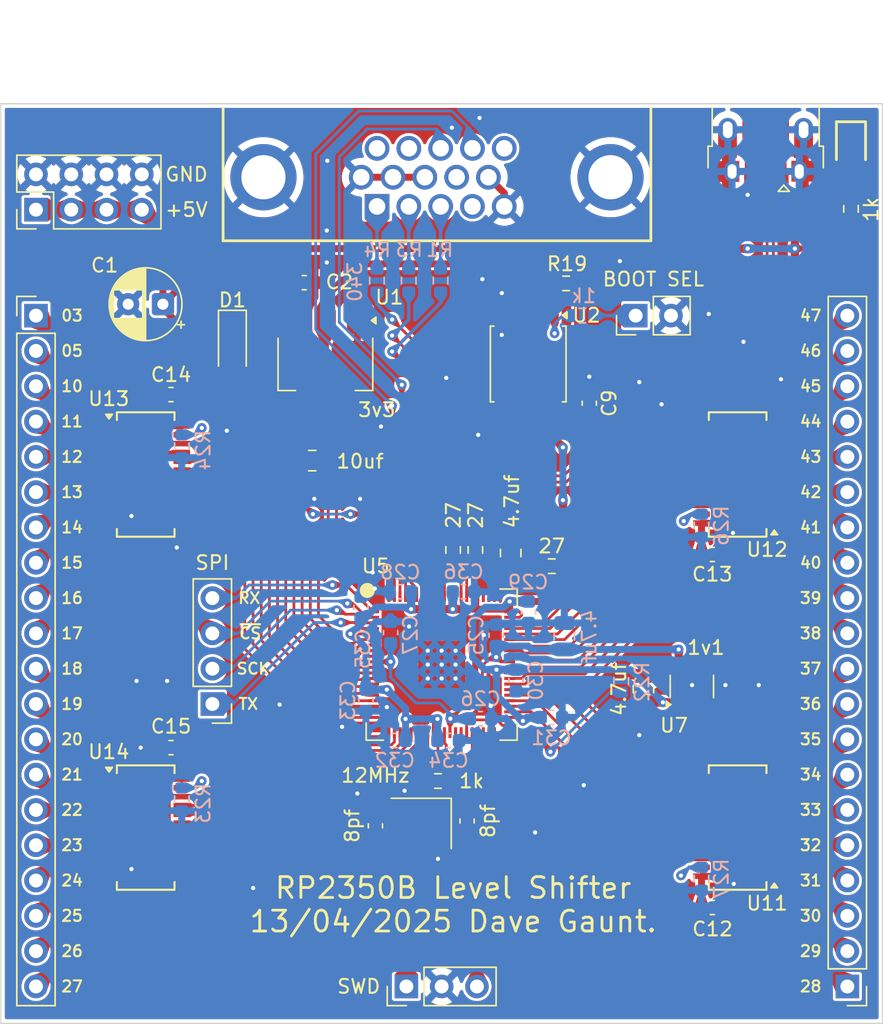
<source format=kicad_pcb>
(kicad_pcb (version 20241229) (generator "pcbnew") (generator_version "9.0")
  (layers (0 "F.Cu" signal) (2 "B.Cu" signal) (13 "F.Paste" user) (15 "B.Paste" user) (5 "F.SilkS" user "F.Silkscreen") (7 "B.SilkS" user "B.Silkscreen") (1 "F.Mask" user) (3 "B.Mask" user) (25 "Edge.Cuts" user))
  (net 0 "")
  (net 1 "GND")
  (net 2 "Net-(D1-K)")
  (net 3 "+5V")
  (net 4 "+3V3")
  (net 10 "/VGA_GREEN")
  (net 11 "/VGA_RED")
  (net 12 "/VGA_BLUE")
  (net 13 "VGA_H_SYNC")
  (net 14 "VGA_V_SYNC")
  (net 15 "Net-(C21-Pad2)")
  (net 16 "/2350_1V1")
  (net 17 "Net-(J9-Pin_1)")
  (net 19 "/2350_SWDIO")
  (net 20 "/2350_SWCLK")
  (net 21 "Net-(Power1-A)")
  (net 22 "/SPI0.RX")
  (net 23 "/2350_QSPI.~{CS}")
  (net 24 "/2350_QSPI.SCK")
  (net 25 "/2350_QSPI.SD0")
  (net 26 "/2350_QSPI.SD2")
  (net 27 "/2350_QSPI.SD1")
  (net 28 "/2350_QSPI.SD3")
  (net 29 "/2350_USB_D-")
  (net 30 "/2350_USB_D+")
  (net 32 "/GPIO_R4")
  (net 33 "/SPI0.SCK")
  (net 34 "/SPI0.TX")
  (net 35 "/GPIO_R5")
  (net 36 "/GPIO_R18")
  (net 38 "/GPIO_R17")
  (net 41 "/GPIO_R1")
  (net 42 "/GPIO_R14")
  (net 43 "/GPIO_R8")
  (net 44 "Net-(U5-XIN)")
  (net 45 "Net-(U5-VREG_AVDD)")
  (net 46 "Net-(U5-XOUT)")
  (net 47 "Net-(U5-RUN)")
  (net 48 "Net-(U5-GPIO0)")
  (net 49 "Net-(U5-GPIO1)")
  (net 50 "Net-(U5-GPIO2)")
  (net 51 "/GPIO_R12")
  (net 52 "/GPIO_R0")
  (net 53 "/GPIO_R9")
  (net 55 "/GPIO_R7")
  (net 56 "/GPIO_R15")
  (net 57 "/GPIO_R13")
  (net 58 "/GPIO_R19")
  (net 59 "/GPIO_R2")
  (net 60 "/GPIO_R11")
  (net 61 "/GPIO_R6")
  (net 62 "/GPIO_R10")
  (net 63 "/GPIO_R3")
  (net 64 "/GPIO_R16")
  (net 65 "/USB_D+")
  (net 66 "/USB_D-")
  (net 67 "/GPIO_L18")
  (net 68 "/GPIO_L14")
  (net 69 "/GPIO_L11")
  (net 70 "/GPIO_L9")
  (net 71 "/GPIO_L8")
  (net 72 "/GPIO_L6")
  (net 73 "/GPIO_L12")
  (net 74 "/GPIO_L7")
  (net 75 "/GPIO_L4")
  (net 76 "/GPIO_L3")
  (net 77 "/GPIO_L0")
  (net 78 "/GPIO_L17")
  (net 79 "/GPIO_L2")
  (net 80 "/GPIO_L16")
  (net 81 "/GPIO_L13")
  (net 82 "/GPIO_L5")
  (net 83 "/GPIO_L10")
  (net 84 "/GPIO_L1")
  (net 85 "/GPIO_L15")
  (net 86 "/GPIO_L19")
  (net 87 "/3v3_L1")
  (net 88 "Net-(U14-~{OE})")
  (net 89 "Net-(U13-~{OE})")
  (net 90 "Net-(U12-~{OE})")
  (net 91 "Net-(U11-~{OE})")
  (net 92 "/3v3_R0")
  (net 93 "/3v3_L16")
  (net 94 "/3v3_R14")
  (net 95 "/3v3_R19")
  (net 96 "/3v3_R2")
  (net 97 "/3v3_R18")
  (net 98 "/3v3_L6")
  (net 99 "/3v3_L19")
  (net 100 "/3v3_R1")
  (net 101 "/3v3_L10")
  (net 102 "/3v3_L18")
  (net 103 "/3v3_L11")
  (net 104 "/3v3_L8")
  (net 105 "/3v3_L15")
  (net 106 "/3v3_L4")
  (net 107 "/3v3_L3")
  (net 108 "/3v3_R17")
  (net 109 "/3v3_L0")
  (net 110 "/3v3_R7")
  (net 111 "/3v3_L5")
  (net 112 "/3v3_R6")
  (net 113 "/3v3_R3")
  (net 114 "/3v3_R12")
  (net 115 "/3v3_L9")
  (net 116 "/3v3_R10")
  (net 117 "/3v3_L17")
  (net 118 "/3v3_R4")
  (net 119 "/3v3_L12")
  (net 120 "/3v3_L7")
  (net 121 "/3v3_R8")
  (net 122 "/3v3_R13")
  (net 123 "/3v3_L14")
  (net 124 "/3v3_L13")
  (net 125 "/3v3_L2")
  (net 126 "/3v3_R11")
  (net 127 "/3v3_R9")
  (net 128 "/3v3_R15")
  (net 129 "/3v3_R5")
  (net 130 "/3v3_R16")
  (footprint "Package_TO_SOT_SMD:SOT-23-5" (layer "F.Cu") (at 184.385 123.2 90)
    (property "Reference" "U7")
    (property "Value" "TLV74311PDBVR" (hide yes))
  )
  (footprint "RP2350_KiCad-main:RP2350B_QFN-80_EP_10.573x10.573_Pitch0.4mm" (layer "F.Cu") (at 166.37 121.625)
    (property "Reference" "U5")
    (property "Value" "RP2350B-QFN80" (hide yes))
  )
  (footprint "Diode_SMD:D_SOD-123" (layer "F.Cu") (at 151.3 98.5 -90)
    (property "Reference" "D1")
    (property "Value" "B140-E3" (hide yes))
  )
  (footprint "Resistor_SMD:R_0603_1608Metric" (layer "F.Cu") (at 195.84 88.84 -90)
    (property "Reference" "R2" (hide yes))
    (property "Value" "1k")
  )
  (footprint "SamacSys_Parts:LEDC2012X90N" (layer "F.Cu") (at 195.84 84.35 -90)
    (property "Reference" "Power1" (hide yes))
    (property "Value" "POWER" (hide yes))
  )
  (footprint "Connector_PinHeader_2.54mm:PinHeader_1x03_P2.54mm_Vertical" (layer "F.Cu") (at 163.83 144.78 90)
    (property "Reference" "J7" (hide yes))
    (property "Value" "SWD")
  )
  (footprint "Capacitor_SMD:C_0805_2012Metric" (layer "F.Cu") (at 171.34 113.5965 -90)
    (property "Reference" "C24" (hide yes))
    (property "Value" "4.7uf")
  )
  (footprint "Resistor_SMD:R_0603_1608Metric" (layer "F.Cu") (at 175.33 94.2 180)
    (property "Reference" "R19")
    (property "Value" "10k" (hide yes))
  )
  (footprint "Crystal:Crystal_SMD_SeikoEpson_FA238V-4Pin_3.2x2.5mm" (layer "F.Cu") (at 164.9 133.05 180)
    (property "Reference" "Y1" (hide yes))
    (property "Value" "12MHz")
  )
  (footprint "Capacitor_SMD:C_0603_1608Metric" (layer "F.Cu") (at 177 102.825 -90)
    (property "Reference" "C9")
    (property "Value" "100nf" (hide yes))
  )
  (footprint "Dave Footprints:SOIC-8_5.23x5.23mm_P1.27mm" (layer "F.Cu") (at 172.6 100 -90)
    (property "Reference" "U2")
    (property "Value" "W25Q16JVSSIQ" (hide yes))
  )
  (footprint "Dave Footprints:USB_Micro-B_Amphenol_10103594-0001LF_Horizontal" (layer "F.Cu") (at 189.674866 84.265545 180)
    (property "Reference" "J13" (hide yes))
    (property "Value" "USB_B_Micro" (hide yes))
  )
  (footprint "Resistor_SMD:R_0603_1608Metric" (layer "F.Cu") (at 174.3 114.5465 180)
    (property "Reference" "R25" (hide yes))
    (property "Value" "27")
  )
  (footprint "SamacSys_Parts:117345301" (layer "F.Cu") (at 161.717433 89.105 180)
    (property "Reference" "J3" (hide yes))
    (property "Value" "VGA" (hide yes))
  )
  (footprint "Resistor_SMD:R_0603_1608Metric" (layer "F.Cu") (at 166.1 130)
    (property "Reference" "R21" (hide yes))
    (property "Value" "1k")
  )
  (footprint "Capacitor_SMD:C_0603_1608Metric" (layer "F.Cu") (at 185.855 139.1 180)
    (property "Reference" "C12")
    (property "Value" "100nf" (hide yes))
  )
  (footprint "Connector_PinHeader_2.54mm:PinHeader_1x04_P2.54mm_Vertical" (layer "F.Cu") (at 149.86 124.46 180)
    (property "Reference" "J10" (hide yes))
    (property "Value" "SPI")
  )
  (footprint "Capacitor_THT:CP_Radial_D5.0mm_P2.50mm" (layer "F.Cu") (at 146.3 95.7 180)
    (property "Reference" "C1")
    (property "Value" "470uf" (hide yes))
  )
  (footprint "Connector_PinHeader_2.54mm:PinHeader_2x04_P2.54mm_Vertical" (layer "F.Cu") (at 137.16 88.9 90)
    (property "Reference" "J1" (hide yes))
    (property "Value" "+5V")
  )
  (footprint "Package_TO_SOT_SMD:SOT-223-3_TabPin2" (layer "F.Cu") (at 158 100 -90)
    (property "Reference" "U1")
    (property "Value" "LD1117S33TR_SOT223" (hide yes))
  )
  (footprint "Capacitor_SMD:C_0603_1608Metric" (layer "F.Cu") (at 185.855 113.7 180)
    (property "Reference" "C13")
    (property "Value" "100nf" (hide yes))
  )
  (footprint "Package_SO:SSOP-24_3.9x8.7mm_P0.635mm" (layer "F.Cu") (at 145.06 107.95)
    (property "Reference" "U13")
    (property "Value" "74CBTD3861" (hide yes))
  )
  (footprint "Connector_PinHeader_2.54mm:PinHeader_1x20_P2.54mm_Vertical" (layer "F.Cu") (at 195.58 144.78 180)
    (property "Reference" "J2" (hide yes))
    (property "Value" "Right GPIO" (hide yes))
  )
  (footprint "Connector_PinHeader_2.54mm:PinHeader_1x02_P2.54mm_Vertical" (layer "F.Cu") (at 180.34 96.52 90)
    (property "Reference" "J9" (hide yes))
    (property "Value" "BOOT SEL")
  )
  (footprint "Package_SO:SSOP-24_3.9x8.7mm_P0.635mm" (layer "F.Cu") (at 187.68 133.35 180)
    (property "Reference" "U11")
    (property "Value" "74CBTD3861" (hide yes))
  )
  (footprint "Capacitor_SMD:C_0805_2012Metric" (layer "F.Cu") (at 180.9 123.3875 -90)
    (property "Reference" "C22" (hide yes))
    (property "Value" "4.7uf")
  )
  (footprint "Capacitor_SMD:C_0603_1608Metric" (layer "F.Cu") (at 146.885 127.6)
    (property "Reference" "C15")
    (property "Value" "100nf" (hide yes))
  )
  (footprint "Connector_PinHeader_2.54mm:PinHeader_1x20_P2.54mm_Vertical" (layer "F.Cu") (at 137.16 96.52)
    (property "Reference" "J4" (hide yes))
    (property "Value" "Left GPIO" (hide yes))
  )
  (footprint "Capacitor_SMD:C_0603_1608Metric" (layer "F.Cu") (at 156.475 94.15 180)
    (property "Reference" "C2")
    (property "Value" "100nf" (hide yes))
  )
  (footprint "Capacitor_SMD:C_0805_2012Metric" (layer "F.Cu") (at 157.05 106.95)
    (property "Reference" "C3" (hide yes))
    (property "Value" "10uf")
  )
  (footprint "Package_SO:SSOP-24_3.9x8.7mm_P0.635mm" (layer "F.Cu") (at 145.06 133.35)
    (property "Reference" "U14")
    (property "Value" "74CBTD3861" (hide yes))
  )
  (footprint "Capacitor_SMD:C_0603_1608Metric" (layer "F.Cu") (at 161.6 133.225 -90)
    (property "Reference" "C21" (hide yes))
    (property "Value" "8pf")
  )
  (footprint "Resistor_SMD:R_0603_1608Metric" (layer "F.Cu") (at 167.195 113.3765 90)
    (property "Reference" "R30" (hide yes))
    (property "Value" "27")
  )
  (footprint "Capacitor_SMD:C_0603_1608Metric" (layer "F.Cu") (at 168.2 132.875 90)
    (property "Reference" "C20" (hide yes))
    (property "Value" "8pf")
  )
  (footprint "Package_SO:SSOP-24_3.9x8.7mm_P0.635mm" (layer "F.Cu") (at 187.68 107.95 180)
    (property "Reference" "U12")
    (property "Value" "74CBTD3861" (hide yes))
  )
  (footprint "Capacitor_SMD:C_0603_1608Metric" (layer "F.Cu") (at 146.885 102.2)
    (property "Reference" "C14")
    (property "Value" "100nf" (hide yes))
  )
  (footprint "Resistor_SMD:R_0603_1608Metric" (layer "F.Cu") (at 168.795 113.3765 90)
    (property "Reference" "R31" (hide yes))
    (property "Value" "27")
  )
  (footprint "Capacitor_SMD:C_0603_1608Metric" (layer "B.Cu") (at 160.92 124.2 90)
    (property "Reference" "C33")
    (property "Value" "100nf" (hide yes))
  )
  (footprint "Resistor_SMD:R_0603_1608Metric" (layer "B.Cu") (at 147.66 105.9175 90)
    (property "Reference" "R24")
    (property "Value" "10k" (hide yes))
  )
  (footprint "Resistor_SMD:R_0603_1608Metric" (layer "B.Cu") (at 147.66 131.3175 90)
    (property "Reference" "R23")
    (property "Value" "10k" (hide yes))
  )
  (footprint "Resistor_SMD:R_0603_1608Metric" (layer "B.Cu") (at 185.08 111.6325 90)
    (property "Reference" "R26")
    (property "Value" "10k" (hide yes))
  )
  (footprint "Capacitor_SMD:C_0603_1608Metric" (layer "B.Cu") (at 163.395 116.385)
    (property "Reference" "C28")
    (property "Value" "100nf" (hide yes))
  )
  (footprint "Capacitor_SMD:C_0603_1608Metric" (layer "B.Cu") (at 170.295 119.5165 -90)
    (property "Reference" "C25")
    (property "Value" "100nf" (hide yes))
  )
  (footprint "Capacitor_SMD:C_0603_1608Metric" (layer "B.Cu") (at 160.56 117.51 -90)
    (property "Reference" "C35")
    (property "Value" "100nf" (hide yes))
  )
  (footprint "Resistor_SMD:R_0603_1608Metric" (layer "B.Cu") (at 164 94 -90)
    (property "Reference" "R3")
    (property "Value" "340" (hide yes))
  )
  (footprint "Capacitor_SMD:C_0603_1608Metric" (layer "B.Cu") (at 166.844481 127.085 180)
    (property "Reference" "C34")
    (property "Value" "100nf" (hide yes))
  )
  (footprint "Capacitor_SMD:C_0603_1608Metric" (layer "B.Cu") (at 174.275 125.425 180)
    (property "Reference" "C31")
    (property "Value" "100nf" (hide yes))
  )
  (footprint "Capacitor_SMD:C_0603_1608Metric" (layer "B.Cu") (at 167.945 116.385 180)
    (property "Reference" "C36")
    (property "Value" "100nf" (hide yes))
  )
  (footprint "Resistor_SMD:R_0603_1608Metric" (layer "B.Cu") (at 185.08 137.0325 90)
    (property "Reference" "R27")
    (property "Value" "10k" (hide yes))
  )
  (footprint "Resistor_SMD:R_0603_1608Metric" (layer "B.Cu") (at 166.29 94 -90)
    (property "Reference" "R1")
    (property "Value" "340" (hide yes))
  )
  (footprint "Capacitor_SMD:C_0603_1608Metric" (layer "B.Cu") (at 171.72 122.766524 90)
    (property "Reference" "C30")
    (property "Value" "100nf" (hide yes))
  )
  (footprint "Capacitor_SMD:C_0603_1608Metric" (layer "B.Cu") (at 169.17 125.5165 180)
    (property "Reference" "C26")
    (property "Value" "100nf" (hide yes))
  )
  (footprint "Resistor_SMD:R_0603_1608Metric" (layer "B.Cu") (at 176.5 96.52)
    (property "Reference" "R20" (hide yes))
    (property "Value" "1k")
  )
  (footprint "Capacitor_SMD:C_0805_2012Metric" (layer "B.Cu") (at 175.2 119.585 -90)
    (property "Reference" "C23" (hide yes))
    (property "Value" "4.7uf")
  )
  (footprint "Capacitor_SMD:C_0603_1608Metric" (layer "B.Cu") (at 172.62 117.86 90)
    (property "Reference" "C29")
    (property "Value" "100nf" (hide yes))
  )
  (footprint "Capacitor_SMD:C_0603_1608Metric" (layer "B.Cu") (at 162.695 119.3165 -90)
    (property "Reference" "C27")
    (property "Value" "100nf" (hide yes))
  )
  (footprint "Resistor_SMD:R_0603_1608Metric" (layer "B.Cu") (at 161.71 94 -90)
    (property "Reference" "R4")
    (property "Value" "340")
  )
  (footprint "Capacitor_SMD:C_0603_1608Metric" (layer "B.Cu") (at 162.995 127.085)
    (property "Reference" "C32")
    (property "Value" "100nf" (hide yes))
  )
  (footprint "Resistor_SMD:R_0603_1608Metric" (layer "B.Cu") (at 179.3 122.8 -90)
    (property "Reference" "R22")
    (property "Value" "10k" (hide yes))
  )
  (gr_rect (start 134.62 81.28) (end 198.12 147.44) (stroke (width 0.1)) (fill no) (layer "Edge.Cuts"))
  (gr_text "24" (at 138.9 137.16 0) (layer "F.SilkS") (effects (font (size 0.8 0.8)) (justify left)))
  (gr_text "28" (at 193.8 144.78 0) (layer "F.SilkS") (effects (font (size 0.8 0.8)) (justify right)))
  (gr_text "38" (at 193.8 119.38 0) (layer "F.SilkS") (effects (font (size 0.8 0.8)) (justify right)))
  (gr_text "03" (at 138.9 96.52 0) (layer "F.SilkS") (effects (font (size 0.8 0.8)) (justify left)))
  (gr_text "11" (at 138.9 104.14 0) (layer "F.SilkS") (effects (font (size 0.8 0.8)) (justify left)))
  (gr_text "32" (at 193.8 134.62 0) (layer "F.SilkS") (effects (font (size 0.8 0.8)) (justify right)))
  (gr_text "21" (at 138.9 129.54 0) (layer "F.SilkS") (effects (font (size 0.8 0.8)) (justify left)))
  (gr_text "35" (at 193.8 127 0) (layer "F.SilkS") (effects (font (size 0.8 0.8)) (justify right)))
  (gr_text "23" (at 138.9 134.62 0) (layer "F.SilkS") (effects (font (size 0.8 0.8)) (justify left)))
  (gr_text "34" (at 193.8 129.54 0) (layer "F.SilkS") (effects (font (size 0.8 0.8)) (justify right)))
  (gr_text "SCK" (at 152.8 121.92 0) (layer "F.SilkS") (effects (font (size 0.8 0.8))))
  (gr_text "19" (at 138.9 124.46 0) (layer "F.SilkS") (effects (font (size 0.8 0.8)) (justify left)))
  (gr_text "16" (at 138.9 116.84 0) (layer "F.SilkS") (effects (font (size 0.8 0.8)) (justify left)))
  (gr_text "31" (at 193.8 137.16 0) (layer "F.SilkS") (effects (font (size 0.8 0.8)) (justify right)))
  (gr_text "43" (at 193.8 106.68 0) (layer "F.SilkS") (effects (font (size 0.8 0.8)) (justify right)))
  (gr_text "RX" (at 152.517158 116.84 0) (layer "F.SilkS") (effects (font (size 0.8 0.8))))
  (gr_text "25" (at 138.9 139.7 0) (layer "F.SilkS") (effects (font (size 0.8 0.8)) (justify left)))
  (gr_text "42" (at 193.8 109.22 0) (layer "F.SilkS") (effects (font (size 0.8 0.8)) (justify right)))
  (gr_text "10" (at 138.9 101.6 0) (layer "F.SilkS") (effects (font (size 0.8 0.8)) (justify left)))
  (gr_text "15" (at 138.9 114.3 0) (layer "F.SilkS") (effects (font (size 0.8 0.8)) (justify left)))
  (gr_text "44" (at 193.8 104.14 0) (layer "F.SilkS") (effects (font (size 0.8 0.8)) (justify right)))
  (gr_text "40" (at 193.8 114.3 0) (layer "F.SilkS") (effects (font (size 0.8 0.8)) (justify right)))
  (gr_text "~{CS}" (at 152.590815 119.379999 0) (layer "F.SilkS") (effects (font (size 0.8 0.8))))
  (gr_text "47" (at 193.8 96.52 0) (layer "F.SilkS") (effects (font (size 0.8 0.8)) (justify right)))
  (gr_text "30" (at 193.8 139.7 0) (layer "F.SilkS") (effects (font (size 0.8 0.8)) (justify right)))
  (gr_text "33" (at 193.8 132.08 0) (layer "F.SilkS") (effects (font (size 0.8 0.8)) (justify right)))
  (gr_text "41" (at 193.8 111.76 0) (layer "F.SilkS") (effects (font (size 0.8 0.8)) (justify right)))
  (gr_text "18" (at 138.9 121.92 0) (layer "F.SilkS") (effects (font (size 0.8 0.8)) (justify left)))
  (gr_text "36" (at 193.8 124.46 0) (layer "F.SilkS") (effects (font (size 0.8 0.8)) (justify right)))
  (gr_text "TX" (at 152.449814 124.46 0) (layer "F.SilkS") (effects (font (size 0.8 0.8))))
  (gr_text "12" (at 138.9 106.68 0) (layer "F.SilkS") (effects (font (size 0.8 0.8)) (justify left)))
  (gr_text "27" (at 138.9 144.78 0) (layer "F.SilkS") (effects (font (size 0.8 0.8)) (justify left)))
  (gr_text "26" (at 138.9 142.24 0) (layer "F.SilkS") (effects (font (size 0.8 0.8)) (justify left)))
  (gr_text "29" (at 193.8 142.24 0) (layer "F.SilkS") (effects (font (size 0.8 0.8)) (justify right)))
  (gr_text "39" (at 193.8 116.84 0) (layer "F.SilkS") (effects (font (size 0.8 0.8)) (justify right)))
  (gr_text "17" (at 138.9 119.38 0) (layer "F.SilkS") (effects (font (size 0.8 0.8)) (justify left)))
  (gr_text "22" (at 138.9 132.08 0) (layer "F.SilkS") (effects (font (size 0.8 0.8)) (justify left)))
  (gr_text "14" (at 138.9 111.76 0) (layer "F.SilkS") (effects (font (size 0.8 0.8)) (justify left)))
  (gr_text "GND" (at 148 86.36 0) (layer "F.SilkS") (effects (font (size 1 1))))
  (gr_text "46" (at 193.8 99.06 0) (layer "F.SilkS") (effects (font (size 0.8 0.8)) (justify right)))
  (gr_text "20" (at 138.9 127 0) (layer "F.SilkS") (effects (font (size 0.8 0.8)) (justify left)))
  (gr_text "05" (at 138.9 99.06 0) (layer "F.SilkS") (effects (font (size 0.8 0.8)) (justify left)))
  (gr_text "13" (at 138.9 109.22 0) (layer "F.SilkS") (effects (font (size 0.8 0.8)) (justify left)))
  (gr_text "45" (at 193.8 101.6 0) (layer "F.SilkS") (effects (font (size 0.8 0.8)) (justify right)))
  (gr_text "RP2350B Level Shifter\n13/04/2025 Dave Gaunt." (at 167.2 138.9 0) (layer "F.SilkS") (effects (font (size 1.5 1.5) (thickness 0.2))))
  (gr_text "37" (at 193.8 121.92 0) (layer "F.SilkS") (effects (font (size 0.8 0.8)) (justify right)))
  (segment (start 186.63 139.1) (end 186.63 138.17) (width 0.5) (layer "F.Cu") (net 1))
  (segment (start 186.63 113.7) (end 186.63 112.87) (width 0.5) (layer "F.Cu") (net 1))
  (segment (start 161.6 132.45) (end 162.3435 132.45) (width 0.5) (layer "F.Cu") (net 1))
  (segment (start 186.969866 83.150545) (end 188.469866 83.150545) (width 0.5) (layer "F.Cu") (net 1))
  (segment (start 144.4 110.5695) (end 143.511 111.4585) (width 0.5) (layer "F.Cu") (net 1))
  (segment (start 146.11 103.39) (end 144.4 105.1) (width 0.5) (layer "F.Cu") (net 1))
  (segment (start 143.511 136.8585) (end 142.46 136.8585) (width 0.5) (layer "F.Cu") (net 1))
  (segment (start 146.11 102.2) (end 146.11 103.39) (width 0.5) (layer "F.Cu") (net 1))
  (segment (start 166.1 134) (end 166.1 135.6) (width 0.5) (layer "F.Cu") (net 1))
  (segment (start 188.399866 87.830134) (end 188.399866 86.030545) (width 0.5) (layer "F.Cu") (net 1))
  (segment (start 162.6935 132.1) (end 163.7 132.1) (width 0.5) (layer "F.Cu") (net 1))
  (segment (start 188 131.0705) (end 189.229 129.8415) (width 0.5) (layer "F.Cu") (net 1))
  (segment (start 184.385 124.3375) (end 184.385 123.115) (width 0.5) (layer "F.Cu") (net 1))
  (segment (start 186.63 112.87) (end 188.1 111.4) (width 0.5) (layer "F.Cu") (net 1))
  (segment (start 188.1 111.4) (end 188.1 105.5705) (width 0.5) (layer "F.Cu") (net 1))
  (segment (start 188.469866 83.150545) (end 188.739866 82.880545) (width 0.5) (layer "F.Cu") (net 1))
  (segment (start 163.7 130.7) (end 163.7 132.1) (width 0.5) (layer "F.Cu") (net 1))
  (segment (start 188 136.8) (end 188 131.0705) (width 0.5) (layer "F.Cu") (net 1))
  (segment (start 146.11 134.2595) (end 143.511 136.8585) (width 0.5) (layer "F.Cu") (net 1))
  (segment (start 166.15 134) (end 167 134) (width 0.5) (layer "F.Cu") (net 1))
  (segment (start 189.229 129.8415) (end 190.28 129.8415) (width 0.5) (layer "F.Cu") (net 1))
  (segment (start 143.511 111.4585) (end 142.46 111.4585) (width 0.5) (layer "F.Cu") (net 1))
  (segment (start 146.11 127.6) (end 146.11 134.2595) (width 0.5) (layer "F.Cu") (net 1))
  (segment (start 167 134) (end 167.35 133.65) (width 0.5) (layer "F.Cu") (net 1))
  (segment (start 167.35 133.65) (end 168.25 133.65) (width 0.5) (layer "F.Cu") (net 1))
  (segment (start 188.1 105.5705) (end 189.229 104.4415) (width 0.5) (layer "F.Cu") (net 1))
  (segment (start 165.157433 86.565) (end 162.867433 86.565) (width 0.5) (layer "F.Cu") (net 1))
  (segment (start 188.4 87.830268) (end 188.399866 87.830134) (width 0.5) (layer "F.Cu") (net 1))
  (segment (start 190.929866 83.150545) (end 190.659866 82.880545) (width 0.5) (layer "F.Cu") (net 1))
  (segment (start 170.877433 88.665) (end 170.877433 87.705) (width 0.5) (layer "F.Cu") (net 1))
  (segment (start 184.385 123.115) (end 184.4 123.1) (width 0.5) (layer "F.Cu") (net 1))
  (segment (start 192.429866 83.150545) (end 190.929866 83.150545) (width 0.5) (layer "F.Cu") (net 1))
  (segment (start 144.4 105.1) (end 144.4 110.5695) (width 0.5) (layer "F.Cu") (net 1))
  (segment (start 162.3435 132.45) (end 162.6935 132.1) (width 0.5) (layer "F.Cu") (net 1))
  (segment (start 189.229 104.4415) (end 190.28 104.4415) (width 0.5) (layer "F.Cu") (net 1))
  (segment (start 160.577433 86.565) (end 162.867433 86.565) (width 0.5) (layer "F.Cu") (net 1))
  (segment (start 170.877433 87.705) (end 169.737433 86.565) (width 0.5) (layer "F.Cu") (net 1))
  (segment (start 186.63 138.17) (end 188 136.8) (width 0.5) (layer "F.Cu") (net 1))
  (via (at 169.9 124.6) (size 0.7) (drill 0.3) (layers "F.Cu" "B.Cu") (net 1))
  (via (at 162 104.5) (size 0.7) (drill 0.3) (layers "F.Cu" "B.Cu") (net 1))
  (via (at 190.8 101.1) (size 0.7) (drill 0.3) (layers "F.Cu" "B.Cu") (net 1))
  (via (at 180.6 101.3) (size 0.7) (drill 0.3) (layers "F.Cu" "B.Cu") (net 1))
  (via (at 187.4 137.4) (size 0.7) (drill 0.3) (layers "F.Cu" "B.Cu") (net 1))
  (via (at 169.3 93.9) (size 0.7) (drill 0.3) (layers "F.Cu" "B.Cu") (net 1))
  (via (at 166.1 135.6) (size 0.7) (drill 0.3) (layers "F.Cu" "B.Cu") (net 1))
  (via (at 160.3 130.9) (size 0.7) (drill 0.3) (layers "F.Cu" "B.Cu") (net 1))
  (via (at 173.1 133.7) (size 0.7) (drill 0.3) (layers "F.Cu" "B.Cu") (net 1))
  (via (at 166.7 101) (size 0.7) (drill 0.3) (layers "F.Cu" "B.Cu") (net 1))
  (via (at 161.4 115) (size 0.7) (drill 0.3) (layers "F.Cu" "B.Cu") (net 1))
  (via (at 188.1 98.4) (size 0.7) (drill 0.3) (layers "F.Cu" "B.Cu") (net 1))
  (via (at 180.6 126.7) (size 0.7) (drill 0.3) (layers "F.Cu" "B.Cu") (net 1))
  (via (at 185.6 96.4) (size 0.7) (drill 0.3) (layers "F.Cu" "B.Cu") (net 1))
  (via (at 169.4 119.5) (size 0.7) (drill 0.3) (layers "F.Cu" "B.Cu") (net 1))
  (via (at 152.8 137.7) (size 0.7) (drill 0.3) (layers "F.Cu" "B.Cu") (net 1))
  (via (at 154.7 124.5) (size 0.7) (drill 0.3) (layers "F.Cu" "B.Cu") (net 1))
  (via (at 176.6 130.3) (size 0.7) (drill 0.3) (layers "F.Cu" "B.Cu") (net 1))
  (via (at 189.2 123.1) (size 0.7) (drill 0.3) (layers "F.Cu" "B.Cu") (net 1))
  (via (at 144.03475 110.93475) (size 0.7) (drill 0.3) (layers "F.Cu" "B.Cu") (net 1))
  (via (at 169.1 82.3) (size 0.7) (drill 0.3) (layers "F.Cu" "B.Cu") (net 1))
  (via (at 159.2 126.1) (size 0.7) (drill 0.3) (layers "F.Cu" "B.Cu") (net 1))
  (via (at 158.1 92.7) (size 0.7) (drill 0.3) (layers "F.Cu" "B.Cu") (net 1))
  (via (at 188.4 87.830268) (size 0.7) (drill 0.3) (layers "F.Cu" "B.Cu") (net 1))
  (via (at 160.5 109.7) (size 0.7) (drill 0.3) (layers "F.Cu" "B.Cu") (net 1))
  (via (at 177 100.9125) (size 0.7) (drill 0.3) (layers "F.Cu" "B.Cu") (net 1))
  (via (at 169 105.1) (size 0.7) (drill 0.3) (layers "F.Cu" "B.Cu") (net 1))
  (via (at 161.560865 116.157667) (size 0.7) (drill 0.3) (layers "F.Cu" "B.Cu") (net 1))
  (via (at 164.02 118.885) (size 0.7) (drill 0.3) (layers "F.Cu" "B.Cu") (net 1))
  (via (at 147.3 113.2) (size 0.7) (drill 0.3) (layers "F.Cu" "B.Cu") (net 1))
  (via (at 184.4 123.1) (size 0.7) (drill 0.3) (layers "F.Cu" "B.Cu") (net 1))
  (via (at 163.7 130.7) (size 0.7) (drill 0.3) (layers "F.Cu" "B.Cu") (net 1))
  (via (at 150.9 104.8) (size 0.7) (drill 0.3) (layers "F.Cu" "B.Cu") (net 1))
  (via (at 186.8 123.1) (size 0.7) (drill 0.3) (layers "F.Cu" "B.Cu") (net 1))
  (via (at 170.695 97.9125) (size 0.7) (drill 0.3) (layers "F.Cu" "B.Cu") (net 1))
  (via (at 162.42 124.685) (size 0.7) (drill 0.3) (layers "F.Cu" "B.Cu") (net 1))
  (via (at 158.1 90.4) (size 0.7) (drill 0.3) (layers "F.Cu" "B.Cu") (net 1))
  (via (at 179.2 92.6) (size 0.7) (drill 0.3) (layers "F.Cu" "B.Cu") (net 1))
  (via (at 144.4 122.8) (size 0.7) (drill 0.3) (layers "F.Cu" "B.Cu") (net 1))
  (via (at 144.03475 136.33475) (size 0.7) (drill 0.3) (layers "F.Cu" "B.Cu") (net 1))
  (via (at 157.2 109.7) (size 0.7) (drill 0.3) (layers "F.Cu" "B.Cu") (net 1))
  (via (at 182.2 102.9) (size 0.7) (drill 0.3) (layers "F.Cu" "B.Cu") (net 1))
  (via (at 146.6 122.8) (size 0.7) (drill 0.3) (layers "F.Cu" "B.Cu") (net 1))
  (via (at 144.7 127.6) (size 0.7) (drill 0.3) (layers "F.Cu" "B.Cu") (net 1))
  (via (at 170.7 94.9) (size 0.7) (drill 0.3) (layers "F.Cu" "B.Cu") (net 1))
  (via (at 158.136535 85.376914) (size 0.7) (drill 0.3) (layers "F.Cu" "B.Cu") (net 1))
  (via (at 187.35 112.15) (size 0.7) (drill 0.3) (layers "F.Cu" "B.Cu") (net 1))
  (via (at 167.1 83) (size 0.7) (drill 0.3) (layers "F.Cu" "B.Cu") (net 1))
  (segment (start 162.22 127.085) (end 161.12 127.085) (width 0.5) (layer "B.Cu") (net 1))
  (segment (start 167.619481 127.585519) (end 167.619481 127.085) (width 0.5) (layer "B.Cu") (net 1))
  (segment (start 169.4 119.1) (end 169.4 119.5) (width 0.5) (layer "B.Cu") (net 1))
  (segment (start 172.62 118.635) (end 170.4015 118.635) (width 0.5) (layer "B.Cu") (net 1))
  (segment (start 160.56 116.735) (end 161.065 116.735) (width 0.5) (layer "B.Cu") (net 1))
  (segment (start 161.560865 116.239135) (end 161.560865 116.157667) (width 0.5) (layer "B.Cu") (net 1))
  (segment (start 175.2 118.635) (end 172.62 118.635) (width 0.5) (layer "B.Cu") (net 1))
  (segment (start 170.295 118.7415) (end 169.7585 118.7415) (width 0.5) (layer "B.Cu") (net 1))
  (segment (start 161.4 115) (end 162.18 115) (width 0.5) (layer "B.Cu") (net 1))
  (segment (start 162.62 118.4665) (end 162.695 118.5415) (width 0.5) (layer "B.Cu") (net 1))
  (segment (start 170.5 127) (end 169.945 126.445) (width 0.5) (layer "B.Cu") (net 1))
  (segment (start 175.05 124.55) (end 175.05 125.425) (width 0.5) (layer "B.Cu") (net 1))
  (segment (start 161.12 127.085) (end 160.92 126.885) (width 0.5) (layer "B.Cu") (net 1))
  (segment (start 170.695 97.9125) (end 172 97.9125) (width 0.5) (layer "B.Cu") (net 1))
  (segment (start 160.92 126.885) (end 160.92 124.975) (width 0.5) (layer "B.Cu") (net 1))
  (segment (start 162.62 115.44) (end 162.62 116.385) (width 0.5) (layer "B.Cu") (net 1))
  (segment (start 162.18 115) (end 162.62 115.44) (width 0.5) (layer "B.Cu") (net 1))
  (segment (start 162.695 118.5415) (end 163.6765 118.5415) (width 0.5) (layer "B.Cu") (net 1))
  (segment (start 162.22 127.085) (end 162.22 127.485) (width 0.5) (layer "B.Cu") (net 1))
  (segment (start 160.92 124.975) (end 162.13 124.975) (width 0.5) (layer "B.Cu") (net 1))
  (segment (start 175 100.9125) (end 177 100.9125) (width 0.5) (layer "B.Cu") (net 1))
  (segment (start 172 97.9125) (end 175 100.9125) (width 0.5) (layer "B.Cu") (net 1))
  (segment (start 162.22 127.085) (end 162.22 124.885) (width 0.5) (layer "B.Cu") (net 1))
  (segment (start 162.92 128.185) (end 167.02 128.185) (width 0.5) (layer "B.Cu") (net 1))
  (segment (start 161.560865 116.157667) (end 161.788198 116.385) (width 0.5) (layer "B.Cu") (net 1))
  (segment (start 162.22 124.885) (end 162.42 124.685) (width 0.5) (layer "B.Cu") (net 1))
  (segment (start 162.13 124.975) (end 162.42 124.685) (width 0.5) (layer "B.Cu") (net 1))
  (segment (start 160.56 116.735) (end 160.56 115.4) (width 0.5) (layer "B.Cu") (net 1))
  (segment (start 160.96 115) (end 161.4 115) (width 0.5) (layer "B.Cu") (net 1))
  (segment (start 160.56 115.4) (end 160.96 115) (width 0.5) (layer "B.Cu") (net 1))
  (segment (start 175.05 126.05) (end 174.1 127) (width 0.5) (layer "B.Cu") (net 1))
  (segment (start 167.02 128.185) (end 167.619481 127.585519) (width 0.5) (layer "B.Cu") (net 1))
  (segment (start 174.1 127) (end 170.5 127) (width 0.5) (layer "B.Cu") (net 1))
  (segment (start 169.7585 118.7415) (end 169.4 119.1) (width 0.5) (layer "B.Cu") (net 1))
  (segment (start 163.6765 118.5415) (end 164.02 118.885) (width 0.5) (layer "B.Cu") (net 1))
  (segment (start 174.041524 123.541524) (end 175.05 124.55) (width 0.5) (layer "B.Cu") (net 1))
  (segment (start 162.22 127.485) (end 162.92 128.185) (width 0.5) (layer "B.Cu") (net 1))
  (segment (start 171.72 123.541524) (end 174.041524 123.541524) (width 0.5) (layer "B.Cu") (net 1))
  (segment (start 161.788198 116.385) (end 162.62 116.385) (width 0.5) (layer "B.Cu") (net 1))
  (segment (start 172.62 118.685) (end 172.62 118.635) (width 0.5) (layer "B.Cu") (net 1))
  (segment (start 169.945 126.445) (end 169.945 125.5165) (width 0.5) (layer "B.Cu") (net 1))
  (segment (start 175.05 125.425) (end 175.05 126.05) (width 0.5) (layer "B.Cu") (net 1))
  (segment (start 161.065 116.735) (end 161.560865 116.239135) (width 0.5) (layer "B.Cu") (net 1))
  (segment (start 155.7 96.85) (end 151.3 96.85) (width 0.5) (layer "F.Cu") (net 2))
  (segment (start 155.7 96.85) (end 155.7 94.15) (width 0.5) (layer "F.Cu") (net 2))
  (segment (start 150.45 100.15) (end 146.3 96) (width 0.5) (layer "F.Cu") (net 3))
  (segment (start 186.7 128.5) (end 186.7 136.2895) (width 0.5) (layer "F.Cu") (net 3))
  (segment (start 150.3 91.7) (end 146.3 95.7) (width 0.5) (layer "F.Cu") (net 3))
  (segment (start 191.8 91.6) (end 191.8 88.4) (width 0.5) (layer "F.Cu") (net 3))
  (segment (start 188 127.2) (end 186.7 128.5) (width 0.5) (layer "F.Cu") (net 3))
  (segment (start 142.24 88.9) (end 144.78 88.9) (width 0.5) (layer "F.Cu") (net 3))
  (segment (start 147.66 127.6) (end 147.66 129.8415) (width 0.5) (layer "F.Cu") (net 3))
  (segment (start 147.66 104.4415) (end 147.66 102.2) (width 0.5) (layer "F.Cu") (net 3))
  (segment (start 191.9 91.7) (end 192.7 91.7) (width 0.25) (layer "F.Cu") (net 3))
  (segment (start 186.6 110.9) (end 186.0415 111.4585) (width 0.5) (layer "F.Cu") (net 3))
  (segment (start 185.08 111.4585) (end 185.08 113.7) (width 0.5) (layer "F.Cu") (net 3))
  (segment (start 145.5 124.1) (end 145.5 105.5505) (width 0.5) (layer "F.Cu") (net 3))
  (segment (start 151.3 101.1) (end 151.3 100.15) (width 0.5) (layer "F.Cu") (net 3))
  (segment (start 192.7 91.7) (end 194.735 89.665) (width 0.25) (layer "F.Cu") (net 3))
  (segment (start 188.4 91.7) (end 150.3 91.7) (width 0.5) (layer "F.Cu") (net 3))
  (segment (start 191.098866 86.129545) (end 190.999866 86.030545) (width 0.5) (layer "F.Cu") (net 3))
  (segment (start 147.66 127.6) (end 147.66 126.26) (width 0.5) (layer "F.Cu") (net 3))
  (segment (start 146.609 104.4415) (end 147.66 104.4415) (width 0.5) (layer "F.Cu") (net 3))
  (segment (start 186.131 136.8585) (end 185.08 136.8585) (width 0.5) (layer "F.Cu") (net 3))
  (segment (start 188 118.6) (end 188 127.2) (width 0.5) (layer "F.Cu") (net 3))
  (segment (start 191.098866 87.698866) (end 191.098866 86.129545) (width 0.5) (layer "F.Cu") (net 3))
  (segment (start 186.0415 111.4585) (end 185.08 111.4585) (width 0.5) (layer "F.Cu") (net 3))
  (segment (start 147.66 126.26) (end 145.5 124.1) (width 0.5) (layer "F.Cu") (net 3))
  (segment (start 185.08 115.68) (end 188 118.6) (width 0.5) (layer "F.Cu") (net 3))
  (segment (start 186.7 136.2895) (end 186.131 136.8585) (width 0.5) (layer "F.Cu") (net 3))
  (segment (start 151.3 100.15) (end 150.45 100.15) (width 0.5) (layer "F.Cu") (net 3))
  (segment (start 142.24 88.9) (end 139.7 88.9) (width 0.5) (layer "F.Cu") (net 3))
  (segment (start 194.735 89.665) (end 195.84 89.665) (width 0.25) (layer "F.Cu") (net 3))
  (segment (start 191.8 88.4) (end 191.098866 87.698866) (width 0.5) (layer "F.Cu") (net 3))
  (segment (start 147.66 102.2) (end 150.2 102.2) (width 0.5) (layer "F.Cu") (net 3))
  (segment (start 150.2 102.2) (end 151.3 101.1) (width 0.5) (layer "F.Cu") (net 3))
  (segment (start 137.16 88.9) (end 139.7 88.9) (width 0.5) (layer "F.Cu") (net 3))
  (segment (start 146.3 96) (end 146.3 95.7) (width 0.5) (layer "F.Cu") (net 3))
  (segment (start 185.08 113.7) (end 185.08 115.68) (width 0.5) (layer "F.Cu") (net 3))
  (segment (start 185.08 136.8585) (end 185.08 139.1) (width 0.5) (layer "F.Cu") (net 3))
  (segment (start 145.5 105.5505) (end 146.609 104.4415) (width 0.5) (layer "F.Cu") (net 3))
  (segment (start 191.8 98.1) (end 186.6 103.3) (width 0.5) (layer "F.Cu") (net 3))
  (segment (start 191.8 91.6) (end 191.8 98.1) (width 0.5) (layer "F.Cu") (net 3))
  (segment (start 146.3 90.42) (end 146.3 95.7) (width 0.5) (layer "F.Cu") (net 3))
  (segment (start 186.6 103.3) (end 186.6 110.9) (width 0.5) (layer "F.Cu") (net 3))
  (segment (start 144.78 88.9) (end 146.3 90.42) (width 0.5) (layer "F.Cu") (net 3))
  (via (at 188.4 91.7) (size 0.7) (drill 0.3) (layers "F.Cu" "B.Cu") (net 3))
  (via (at 191.8 91.7) (size 0.7) (drill 0.3) (layers "F.Cu" "B.Cu") (net 3))
  (segment (start 191.8 91.7) (end 188.4 91.7) (width 0.5) (layer "B.Cu") (net 3))
  (segment (start 182.3 124.3375) (end 182 124.3375) (width 0.5) (layer "F.Cu") (net 4))
  (segment (start 172.12 117.985) (end 172.12 118.085) (width 0.2) (layer "F.Cu") (net 4))
  (segment (start 174.505 100.395) (end 176.155 98.745) (width 0.5) (layer "F.Cu") (net 4))
  (segment (start 167.37 116.7285) (end 167.37 117.435) (width 0.2) (layer "F.Cu") (net 4))
  (segment (start 175.125 115.875) (end 175.125 114.5465) (width 0.5) (layer "F.Cu") (net 4))
  (segment (start 171.2665 117.635) (end 171.2665 117.085) (width 0.5) (layer "F.Cu") (net 4))
  (segment (start 171.2665 117.825) (end 171.2665 117.1315) (width 0.2) (layer "F.Cu") (net 4))
  (segment (start 173.915 117.085) (end 171.2665 117.085) (width 0.5) (layer "F.Cu") (net 4))
  (segment (start 167.17 117.635) (end 171.2665 117.635) (width 0.5) (layer "F.Cu") (net 4))
  (segment (start 183.7 125.7) (end 183.435 125.435) (width 0.25) (layer "F.Cu") (net 4))
  (segment (start 174.505 103.6) (end 174.505 100.395) (width 0.5) (layer "F.Cu") (net 4))
  (segment (start 185.335 124.3375) (end 185.335 125.465) (width 0.25) (layer "F.Cu") (net 4))
  (segment (start 170.48 121.825) (end 171.2665 121.825) (width 0.2) (layer "F.Cu") (net 4))
  (segment (start 171.2665 125.425) (end 171.97 125.425) (width 0.2) (layer "F.Cu") (net 4))
  (segment (start 175.1 106) (end 174.505 105.405) (width 0.5) (layer "F.Cu") (net 4))
  (segment (start 185.335 125.465) (end 185.1 125.7) (width 0.25) (layer "F.Cu") (net 4))
  (segment (start 177 103.6) (end 174.505 103.6) (width 0.5) (layer "F.Cu") (net 4))
  (segment (start 182.3 124.3375) (end 183.435 124.3375) (width 0.5) (layer "F.Cu") (net 4))
  (segment (start 171.2665 117.825) (end 171.96 117.825) (width 0.2) (layer "F.Cu") (net 4))
  (segment (start 158 95.2) (end 158 96.85) (width 0.5) (layer "F.Cu") (net 4))
  (segment (start 176.155 93.355) (end 175.6 92.8) (width 0.5) (layer "F.Cu") (net 4))
  (segment (start 185.1 125.7) (end 183.7 125.7) (width 0.25) (layer "F.Cu") (net 4))
  (segment (start 168.7255 117.635) (end 167.17 117.635) (width 0.2) (layer "F.Cu") (net 4))
  (segment (start 172.12 118.085) (end 171.98 118.225) (width 0.2) (layer "F.Cu") (net 4))
  (segment (start 166.97 117.435) (end 167.17 117.635) (width 0.2) (layer "F.Cu") (net 4))
  (segment (start 163.77 126.5215) (end 163.77 125.535) (width 0.2) (layer "F.Cu") (net 4))
  (segment (start 159.793086 119.412675) (end 160.44975 119.412675) (width 0.2) (layer "F.Cu") (net 4))
  (segment (start 176.155 98.745) (end 176.155 94.2) (width 0.5) (layer "F.Cu") (net 4))
  (segment (start 166.97 116.7285) (end 166.97 117.435) (width 0.2) (layer "F.Cu") (net 4))
  (segment (start 160.44975 119.412675) (end 160.462075 119.425) (width 0.2) (layer "F.Cu") (net 4))
  (segment (start 175.6 92.8) (end 160.4 92.8) (width 0.5) (layer "F.Cu") (net 4))
  (segment (start 158 106.95) (end 158 103.15) (width 0.5) (layer "F.Cu") (net 4))
  (segment (start 158 96.85) (end 158 103.15) (width 0.5) (layer "F.Cu") (net 4))
  (segment (start 168.97 117.3905) (end 168.7255 117.635) (width 0.2) (layer "F.Cu") (net 4))
  (segment (start 170.31633 121.991524) (end 170.31633 121.98867) (width 0.2) (layer "F.Cu") (net 4))
  (segment (start 164.17 117.635) (end 167.17 117.635) (width 0.5) (layer "F.Cu") (net 4))
  (segment (start 168.97 116.7285) (end 168.97 117.3905) (width 0.2) (layer "F.Cu") (net 4))
  (segment (start 175.125 114.5465) (end 175.125 109.825) (width 0.5) (layer "F.Cu") (net 4))
  (segment (start 171.98 118.225) (end 171.2665 118.225) (width 0.2) (layer "F.Cu") (net 4))
  (segment (start 164.17 117.635) (end 164.17 116.7285) (width 0.2) (layer "F.Cu") (net 4))
  (segment (start 165.77 125.834481) (end 166.069481 125.535) (width 0.2) (layer "F.Cu") (net 4))
  (segment (start 167.295 117.5625) (end 168.995 117.5625) (width 0.2) (layer "F.Cu") (net 4))
  (segment (start 171.96 117.825) (end 172.12 117.985) (width 0.2) (layer "F.Cu") (net 4))
  (segment (start 160.4 92.8) (end 158 95.2) (width 0.5) (layer "F.Cu") (net 4))
  (segment (start 167.37 117.435) (end 167.17 117.635) (width 0.2) (layer "F.Cu") (net 4))
  (segment (start 176.155 94.2) (end 176.155 93.355) (width 0.5) (layer "F.Cu") (net 4))
  (segment (start 175.125 109.825) (end 175.1 109.8) (width 0.5) (layer "F.Cu") (net 4))
  (segment (start 180.9 124.3375) (end 182.3 124.3375) (width 0.5) (layer "F.Cu") (net 4))
  (segment (start 165.77 126.5215) (end 165.77 125.834481) (width 0.2) (layer "F.Cu") (net 4))
  (segment (start 170.31633 121.98867) (end 170.48 121.825) (width 0.2) (layer "F.Cu") (net 4))
  (segment (start 171.97 125.425) (end 172.22 125.675) (width 0.2) (layer "F.Cu") (net 4))
  (segment (start 171.2665 117.1315) (end 171.22 117.085) (width 0.2) (layer "F.Cu") (net 4))
  (segment (start 174.505 105.405) (end 174.505 103.6) (width 0.5) (layer "F.Cu") (net 4))
  (segment (start 173.915 117.085) (end 175.125 115.875) (width 0.5) (layer "F.Cu") (net 4))
  (segment (start 161.4735 123.425) (end 162.42 123.425) (width 0.2) (layer "F.Cu") (net 4))
  (segment (start 160.462075 119.425) (end 161.4735 119.425) (width 0.2) (layer "F.Cu") (net 4))
  (segment (start 183.435 125.435) (end 183.435 124.3375) (width 0.25) (layer "F.Cu") (net 4))
  (via (at 182.3 124.3375) (size 0.7) (drill 0.3) (layers "F.Cu" "B.Cu") (net 4))
  (via (at 175.1 106) (size 0.7) (drill 0.3) (layers "F.Cu" "B.Cu") (net 4))
  (via (at 159.793086 119.412675) (size 0.7) (drill 0.3) (layers "F.Cu" "B.Cu") (net 4))
  (via (at 171.2665 117.085) (size 0.7) (drill 0.3) (layers "F.Cu" "B.Cu") (net 4))
  (via (at 166.069481 125.535) (size 0.7) (drill 0.3) (layers "F.Cu" "B.Cu") (net 4))
  (via (at 175.1 109.8) (size 0.7) (drill 0.3) (layers "F.Cu" "B.Cu") (net 4))
  (via (at 164.17 117.635) (size 0.7) (drill 0.3) (layers "F.Cu" "B.Cu") (net 4))
  (via (at 170.31633 121.991524) (size 0.7) (drill 0.3) (layers "F.Cu" "B.Cu") (net 4))
  (via (at 172.22 125.675) (size 0.7) (drill 0.3) (layers "F.Cu" "B.Cu") (net 4))
  (via (at 163.77 125.535) (size 0.7) (drill 0.3) (layers "F.Cu" "B.Cu") (net 4))
  (via (at 167.17 117.635) (size 0.7) (drill 0.3) (layers "F.Cu" "B.Cu") (net 4))
  (via (at 162.42 123.425) (size 0.7) (drill 0.3) (layers "F.Cu" "B.Cu") (net 4))
  (segment (start 159.87374 119.412675) (end 160.370705 118.91571) (width 0.5) (layer "B.Cu") (net 4))
  (segment (start 171.2665 117.085) (end 170.8515 117.5) (width 0.5) (layer "B.Cu") (net 4))
  (segment (start 172.175 125.675) (end 170.31633 123.81633) (width 0.5) (layer "B.Cu") (net 4))
  (segment (start 168.6 118.4) (end 168.6 121.1) (width 0.5) (layer "B.Cu") (net 4))
  (segment (start 169.5 117.5) (end 168.6 118.4) (width 0.5) (layer "B.Cu") (net 4))
  (segment (start 160.5 118.345) (end 160.56 118.285) (width 0.5) (layer "B.Cu") (net 4))
  (segment (start 171.72 121.991524) (end 170.31633 121.991524) (width 0.5) (layer "B.Cu") (net 4))
  (segment (start 160.92 120.42) (end 160.92 123.425) (width 0.5) (layer "B.Cu") (net 4))
  (segment (start 164.02 117.485) (end 164.17 117.635) (width 0.5) (layer "B.Cu") (net 4))
  (segment (start 172.47 125.425) (end 172.22 125.675) (width 0.5) (layer "B.Cu") (net 4))
  (segment (start 163.77 124.775) (end 162.42 123.425) (width 0.5) (layer "B.Cu") (net 4))
  (segment (start 163.77 127.085) (end 163.77 124.775) (width 0.5) (layer "B.Cu") (net 4))
  (segment (start 160.5 118.8) (end 160.5 118.345) (width 0.5) (layer "B.Cu") (net 4))
  (segment (start 171.72 121.991524) (end 179.954024 121.991524) (width 0.5) (layer "B.Cu") (net 4))
  (segment (start 164.17 116.385) (end 164.17 117.635) (width 0.5) (layer "B.Cu") (net 4))
  (segment (start 160.370705 118.91571) (end 160.38429 118.91571) (width 0.5) (layer "B.Cu") (net 4))
  (segment (start 168.6 121.1) (end 169.491524 121.991524) (width 0.5) (layer "B.Cu") (net 4))
  (segment (start 169.491524 121.991524) (end 170.31633 121.991524) (width 0.5) (layer "B.Cu") (net 4))
  (segment (start 160.56 118.285) (end 160.86 118.285) (width 0.5) (layer "B.Cu") (net 4))
  (segment (start 159.793086 119.412675) (end 159.87374 119.412675) (width 0.5) (layer "B.Cu") (net 4))
  (segment (start 163.77 125.535) (end 166.069481 125.535) (width 0.5) (layer "B.Cu") (net 4))
  (segment (start 175.1 106) (end 175.1 109.8) (width 0.5) (layer "B.Cu") (net 4))
  (segment (start 160.86 118.285) (end 161.66 117.485) (width 0.5) (layer "B.Cu") (net 4))
  (segment (start 170.8515 117.5) (end 169.5 117.5) (width 0.5) (layer "B.Cu") (net 4))
  (segment (start 159.912675 119.412675) (end 160.92 120.42) (width 0.5) (layer "B.Cu") (net 4))
  (segment (start 173.5 125.425) (end 172.47 125.425) (width 0.5) (layer "B.Cu") (net 4))
  (segment (start 160.92 123.425) (end 162.42 123.425) (width 0.5) (layer "B.Cu") (net 4))
  (segment (start 160.38429 118.91571) (end 160.5 118.8) (width 0.5) (layer "B.Cu") (net 4))
  (segment (start 166.069481 127.085) (end 166.069481 125.535) (width 0.5) (layer "B.Cu") (net 4))
  (segment (start 179.954024 121.991524) (end 182.3 124.3375) (width 0.5) (layer "B.Cu") (net 4))
  (segment (start 172.62 117.085) (end 171.2665 117.085) (width 0.5) (layer "B.Cu") (net 4))
  (segment (start 161.66 117.485) (end 164.02 117.485) (width 0.5) (layer "B.Cu") (net 4))
  (segment (start 159.793086 119.412675) (end 159.912675 119.412675) (width 0.5) (layer "B.Cu") (net 4))
  (segment (start 170.31633 123.81633) (end 170.31633 121.991524) (width 0.5) (layer "B.Cu") (net 4))
  (segment (start 167.17 116.385) (end 167.17 117.635) (width 0.5) (layer "B.Cu") (net 4))
  (segment (start 172.22 125.675) (end 172.175 125.675) (width 0.5) (layer "B.Cu") (net 4))
  (segment (start 164 93.175) (end 164 88.672433) (width 0.25) (layer "B.Cu") (net 10))
  (segment (start 164 88.672433) (end 164.007433 88.665) (width 0.25) (layer "B.Cu") (net 10))
  (segment (start 161.71 88.672433) (end 161.717433 88.665) (width 0.25) (layer "B.Cu") (net 11))
  (segment (start 161.71 93.175) (end 161.71 88.672433) (width 0.25) (layer "B.Cu") (net 11))
  (segment (start 166.29 88.672433) (end 166.297433 88.665) (width 0.25) (layer "B.Cu") (net 12))
  (segment (start 166.29 93.175) (end 166.29 88.672433) (width 0.25) (layer "B.Cu") (net 12))
  (segment (start 160.027 120.098) (end 160.3 119.825) (width 0.2) (layer "F.Cu") (net 13))
  (segment (start 157.5 113.25) (end 157.5 118.1) (width 0.2) (layer "F.Cu") (net 13))
  (segment (start 157.5 118.1) (end 159.498 120.098) (width 0.2) (layer "F.Cu") (net 13))
  (segment (start 163.5 105.1329) (end 158.8 109.8329) (width 0.2) (layer "F.Cu") (net 13))
  (segment (start 159.498 120.098) (end 160.027 120.098) (width 0.2) (layer "F.Cu") (net 13))
  (segment (start 158.8 109.8329) (end 158.8 111.95) (width 0.2) (layer "F.Cu") (net 13))
  (segment (start 158.8 111.95) (end 157.5 113.25) (width 0.2) (layer "F.Cu") (net 13))
  (segment (start 160.3 119.825) (end 161.4735 119.825) (width 0.2) (layer "F.Cu") (net 13))
  (segment (start 163.5 101.5) (end 163.5 105.1329) (width 0.2) (layer "F.Cu") (net 13))
  (via (at 163.5 101.5) (size 0.7) (drill 0.3) (layers "F.Cu" "B.Cu") (net 13))
  (segment (start 166 83.1) (end 166.297433 83.397433) (width 0.2) (layer "B.Cu") (net 13))
  (segment (start 163.5 101.5) (end 159 97) (width 0.2) (layer "B.Cu") (net 13))
  (segment (start 159 85.1) (end 161 83.1) (width 0.2) (layer "B.Cu") (net 13))
  (segment (start 166.297433 83.397433) (end 166.297433 84.485) (width 0.2) (layer "B.Cu") (net 13))
  (segment (start 161 83.1) (end 166 83.1) (width 0.2) (layer "B.Cu") (net 13))
  (segment (start 159 97) (end 159 85.1) (width 0.2) (layer "B.Cu") (net 13))
  (segment (start 156.911111 118.311111) (end 156.911111 113) (width 0.2) (layer "F.Cu") (net 14))
  (segment (start 162.8 103) (end 162.8 104.8) (width 0.2) (layer "F.Cu") (net 14))
  (segment (start 161.4735 120.225) (end 160.475 120.225) (width 0.2) (layer "F.Cu") (net 14))
  (segment (start 158.2 111.7) (end 156.9 113) (width 0.2) (layer "F.Cu") (net 14))
  (segment (start 159.099 120.499) (end 156.911111 118.311111) (width 0.2) (layer "F.Cu") (net 14))
  (segment (start 162.8 104.8) (end 158.2 109.4) (width 0.2) (layer "F.Cu") (net 14))
  (segment (start 158.2 109.4) (end 158.2 111.7) (width 0.2) (layer "F.Cu") (net 14))
  (segment (start 160.201 120.499) (end 159.099 120.499) (width 0.2) (layer "F.Cu") (net 14))
  (segment (start 160.475 120.225) (end 160.201 120.499) (width 0.2) (layer "F.Cu") (net 14))
  (via (at 162.8 103) (size 0.7) (drill 0.3) (layers "F.Cu" "B.Cu") (net 14))
  (segment (start 168.587433 84.485) (end 168.587433 83.287433) (width 0.2) (layer "B.Cu") (net 14))
  (segment (start 157.3 97.5) (end 162.8 103) (width 0.2) (layer "B.Cu") (net 14))
  (segment (start 157.3 84.9) (end 157.3 97.5) (width 0.2) (layer "B.Cu") (net 14))
  (segment (start 160.4 81.8) (end 157.3 84.9) (width 0.2) (layer "B.Cu") (net 14))
  (segment (start 167.1 81.8) (end 160.4 81.8) (width 0.2) (layer "B.Cu") (net 14))
  (segment (start 168.587433 83.287433) (end 167.1 81.8) (width 0.2) (layer "B.Cu") (net 14))
  (segment (start 163.8 134) (end 164.9 132.9) (width 0.25) (layer "F.Cu") (net 15))
  (segment (start 164.9 131.2935) (end 165.275 130.9185) (width 0.25) (layer "F.Cu") (net 15))
  (segment (start 164.9 132.9) (end 164.9 131.2935) (width 0.25) (layer "F.Cu") (net 15))
  (segment (start 163.7 134) (end 161.6 134) (width 0.25) (layer "F.Cu") (net 15))
  (segment (start 165.275 130.9185) (end 165.275 130) (width 0.25) (layer "F.Cu") (net 15))
  (segment (start 162.6865 121.425) (end 162.695 121.4165) (width 0.2) (layer "F.Cu") (net 16))
  (segment (start 183.435 122.0625) (end 183.435 120.535) (width 0.5) (layer "F.Cu") (net 16))
  (segment (start 170.295 121.085) (end 170.635 121.425) (width 0.2) (layer "F.Cu") (net 16))
  (segment (start 169.3 123.9) (end 169.3 121.7) (width 0.2) (layer "F.Cu") (net 16))
  (segment (start 166.97 126.5215) (end 166.97 125.5415) (width 0.2) (layer "F.Cu") (net 16))
  (segment (start 168.4 124.8) (end 169.3 123.9) (width 0.2) (layer "F.Cu") (net 16))
  (segment (start 169.915 121.085) (end 170.295 121.085) (width 0.2) (layer "F.Cu") (net 16))
  (segment (start 170.635 121.425) (end 171.2665 121.425) (width 0.2) (layer "F.Cu") (net 16))
  (segment (start 167.0835 125.5165) (end 167.8 124.8) (width 0.2) (layer "F.Cu") (net 16))
  (segment (start 161.4735 121.425) (end 162.6865 121.425) (width 0.2) (layer "F.Cu") (net 16))
  (segment (start 167.8 124.8) (end 168.4 124.8) (width 0.2) (layer "F.Cu") (net 16))
  (segment (start 166.97 125.5415) (end 166.995 125.5165) (width 0.2) (layer "F.Cu") (net 16))
  (segment (start 169.3 121.7) (end 169.915 121.085) (width 0.2) (layer "F.Cu") (net 16))
  (segment (start 166.995 125.5165) (end 167.0835 125.5165) (width 0.2) (layer "F.Cu") (net 16))
  (via (at 162.695 121.4165) (size 0.7) (drill 0.3) (layers "F.Cu" "B.Cu") (net 16))
  (via (at 170.295 121.085) (size 0.7) (drill 0.3) (layers "F.Cu" "B.Cu") (net 16))
  (via (at 183.435 120.535) (size 0.7) (drill 0.3) (layers "F.Cu" "B.Cu") (net 16))
  (via (at 166.995 125.5165) (size 0.7) (drill 0.3) (layers "F.Cu" "B.Cu") (net 16))
  (segment (start 183.435 120.535) (end 175.2 120.535) (width 0.5) (layer "B.Cu") (net 16))
  (segment (start 166.995 125.16) (end 166.22 124.385) (width 0.2) (layer "B.Cu") (net 16))
  (segment (start 168.395 125.5165) (end 166.995 125.5165) (width 0.5) (layer "B.Cu") (net 16))
  (segment (start 170.295 120.2915) (end 172.5915 120.2915) (width 0.5) (layer "B.Cu") (net 16))
  (segment (start 162.695 122.56) (end 162.695 121.4165) (width 0.2) (layer "B.Cu") (net 16))
  (segment (start 162.695 120.0915) (end 162.695 121.4165) (width 0.2) (layer "B.Cu") (net 16))
  (segment (start 172.835 120.535) (end 175.2 120.535) (width 0.5) (layer "B.Cu") (net 16))
  (segment (start 164.52 124.385) (end 162.695 122.56) (width 0.2) (layer "B.Cu") (net 16))
  (segment (start 170.295 120.2915) (end 170.295 121.085) (width 0.5) (layer "B.Cu") (net 16))
  (segment (start 166.995 125.5165) (end 166.995 125.16) (width 0.2) (layer "B.Cu") (net 16))
  (segment (start 172.5915 120.2915) (end 172.835 120.535) (width 0.5) (layer "B.Cu") (net 16))
  (segment (start 166.22 124.385) (end 164.52 124.385) (width 0.2) (layer "B.Cu") (net 16))
  (segment (start 177.325 96.52) (end 180.34 96.52) (width 0.25) (layer "B.Cu") (net 17))
  (segment (start 168.91 141.49) (end 168.91 144.9) (width 0.2) (layer "F.Cu") (net 19))
  (segment (start 167.77 126.5215) (end 167.77 128.07) (width 0.2) (layer "F.Cu") (net 19))
  (segment (start 170.8 131.1) (end 170.8 139.6) (width 0.2) (layer "F.Cu") (net 19))
  (segment (start 170.8 139.6) (end 168.91 141.49) (width 0.2) (layer "F.Cu") (net 19))
  (segment (start 167.77 128.07) (end 170.8 131.1) (width 0.2) (layer "F.Cu") (net 19))
  (segment (start 170.2 136.1) (end 163.83 142.47) (width 0.2) (layer "F.Cu") (net 20))
  (segment (start 167.37 128.37) (end 170.2 131.2) (width 0.2) (layer "F.Cu") (net 20))
  (segment (start 170.2 131.2) (end 170.2 136.1) (width 0.2) (layer "F.Cu") (net 20))
  (segment (start 163.83 142.47) (end 163.83 144.9) (width 0.2) (layer "F.Cu") (net 20))
  (segment (start 167.37 126.5215) (end 167.37 128.37) (width 0.2) (layer "F.Cu") (net 20))
  (segment (start 195.84 88.015) (end 195.84 85.3) (width 0.25) (layer "F.Cu") (net 21))
  (segment (start 158.5 115.9) (end 159.5 115.9) (width 0.2) (layer "F.Cu") (net 22))
  (segment (start 161.425 117.825) (end 161.4735 117.825) (width 0.2) (layer "F.Cu") (net 22))
  (segment (start 159.5 115.9) (end 161.425 117.825) (width 0.2) (layer "F.Cu") (net 22))
  (via (at 158.5 115.9) (size 0.7) (drill 0.3) (layers "F.Cu" "B.Cu") (net 22))
  (segment (start 151.56 116.84) (end 149.86 116.84) (width 0.2) (layer "B.Cu") (net 22))
  (segment (start 158.5 115.9) (end 152.5 115.9) (width 0.2) (layer "B.Cu") (net 22))
  (segment (start 152.5 115.9) (end 151.56 116.84) (width 0.2) (layer "B.Cu") (net 22))
  (segment (start 166.633333 105.466667) (end 166.633333 102.266667) (width 0.2) (layer "F.Cu") (net 23))
  (segment (start 169.2 99.7) (end 169.2 95.4) (width 0.2) (layer "F.Cu") (net 23))
  (segment (start 164.171 110.871) (end 163.2 109.9) (width 0.2) (layer "F.Cu") (net 23))
  (segment (start 166.633333 102.266667) (end 169.2 99.7) (width 0.2) (layer "F.Cu") (net 23))
  (segment (start 174.505 96.4) (end 174.505 97.795) (width 0.2) (layer "F.Cu") (net 23))
  (segment (start 164.171 115.736) (end 164.171 110.871) (width 0.2) (layer "F.Cu") (net 23))
  (segment (start 169.2 95.4) (end 170.4 94.2) (width 0.2) (layer "F.Cu") (net 23))
  (segment (start 163.2 109.9) (end 163.2 108.9) (width 0.2) (layer "F.Cu") (net 23))
  (segment (start 174.505 97.795) (end 174.5 97.8) (width 0.2) (layer "F.Cu") (net 23))
  (segment (start 164.57 116.135) (end 164.171 115.736) (width 0.2) (layer "F.Cu") (net 23))
  (segment (start 164.57 116.7285) (end 164.57 116.135) (width 0.2) (layer "F.Cu") (net 23))
  (segment (start 174.505 96.4) (end 174.505 94.2) (width 0.2) (layer "F.Cu") (net 23))
  (segment (start 163.2 108.9) (end 166.633333 105.466667) (width 0.2) (layer "F.Cu") (net 23))
  (segment (start 170.4 94.2) (end 174.505 94.2) (width 0.2) (layer "F.Cu") (net 23))
  (via (at 174.5 97.8) (size 0.7) (drill 0.3) (layers "F.Cu" "B.Cu") (net 23))
  (segment (start 174.5 97.8) (end 174.5 97.1) (width 0.2) (layer "B.Cu") (net 23))
  (segment (start 174.5 97.1) (end 175.08 96.52) (width 0.2) (layer "B.Cu") (net 23))
  (segment (start 175.08 96.52) (end 175.675 96.52) (width 0.2) (layer "B.Cu") (net 23))
  (segment (start 165.82 114.985) (end 166.17 115.335) (width 0.2) (layer "F.Cu") (net 24))
  (segment (start 165.82 110.28) (end 165.82 114.985) (width 0.2) (layer "F.Cu") (net 24))
  (segment (start 171.965 103.6) (end 171.965 105.135) (width 0.2) (layer "F.Cu") (net 24))
  (segment (start 171.965 105.135) (end 170.9 106.2) (width 0.2) (layer "F.Cu") (net 24))
  (segment (start 166.17 115.335) (end 166.17 116.7285) (width 0.2) (layer "F.Cu") (net 24))
  (segment (start 170.9 106.2) (end 169.9 106.2) (width 0.2) (layer "F.Cu") (net 24))
  (segment (start 169.9 106.2) (end 165.82 110.28) (width 0.2) (layer "F.Cu") (net 24))
  (segment (start 169.6 105.6) (end 170 105.6) (width 0.2) (layer "F.Cu") (net 25))
  (segment (start 165.77 116.7285) (end 165.77 115.5021) (width 0.2) (layer "F.Cu") (net 25))
  (segment (start 165.42 109.78) (end 169.6 105.6) (width 0.2) (layer "F.Cu") (net 25))
  (segment (start 165.42 115.1521) (end 165.42 109.78) (width 0.2) (layer "F.Cu") (net 25))
  (segment (start 165.77 115.5021) (end 165.42 115.1521) (width 0.2) (layer "F.Cu") (net 25))
  (segment (start 170 105.6) (end 170.695 104.905) (width 0.2) (layer "F.Cu") (net 25))
  (segment (start 170.695 104.905) (end 170.695 103.6) (width 0.2) (layer "F.Cu") (net 25))
  (segment (start 165.02 109.18) (end 168.2 106) (width 0.2) (layer "F.Cu") (net 26))
  (segment (start 168.2 106) (end 168.2 103) (width 0.2) (layer "F.Cu") (net 26))
  (segment (start 165.02 115.385) (end 165.02 109.18) (width 0.2) (layer "F.Cu") (net 26))
  (segment (start 168.2 103) (end 171.965 99.235) (width 0.2) (layer "F.Cu") (net 26))
  (segment (start 165.37 115.735) (end 165.02 115.385) (width 0.2) (layer "F.Cu") (net 26))
  (segment (start 171.965 99.235) (end 171.965 96.4) (width 0.2) (layer "F.Cu") (net 26))
  (segment (start 165.37 116.7285) (end 165.37 115.735) (width 0.2) (layer "F.Cu") (net 26))
  (segment (start 163.9 109.7) (end 164.62 110.42) (width 0.2) (layer "F.Cu") (net 27))
  (segment (start 167.416667 102.883333) (end 167.416667 105.683333) (width 0.2) (layer "F.Cu") (net 27))
  (segment (start 164.62 115.585) (end 164.97 115.935) (width 0.2) (layer "F.Cu") (net 27))
  (segment (start 171.346 98.954) (end 167.416667 102.883333) (width 0.2) (layer "F.Cu") (net 27))
  (segment (start 171.346 95.254) (end 171.346 98.954) (width 0.2) (layer "F.Cu") (net 27))
  (segment (start 164.62 110.42) (end 164.62 115.585) (width 0.2) (layer "F.Cu") (net 27))
  (segment (start 163.9 109.2) (end 163.9 109.7) (width 0.2) (layer "F.Cu") (net 27))
  (segment (start 164.97 115.935) (end 164.97 116.7285) (width 0.2) (layer "F.Cu") (net 27))
  (segment (start 167.416667 105.683333) (end 163.9 109.2) (width 0.2) (layer "F.Cu") (net 27))
  (segment (start 173.235 95.235) (end 172.9 94.9) (width 0.2) (layer "F.Cu") (net 27))
  (segment (start 172.9 94.9) (end 171.7 94.9) (width 0.2) (layer "F.Cu") (net 27))
  (segment (start 173.235 96.4) (end 173.235 95.235) (width 0.2) (layer "F.Cu") (net 27))
  (segment (start 171.7 94.9) (end 171.346 95.254) (width 0.2) (layer "F.Cu") (net 27))
  (segment (start 173.235 105.065) (end 173.235 103.6) (width 0.2) (layer "F.Cu") (net 28))
  (segment (start 171.5 106.8) (end 173.235 105.065) (width 0.2) (layer "F.Cu") (net 28))
  (segment (start 166.57 115.135) (end 166.22 114.785) (width 0.2) (layer "F.Cu") (net 28))
  (segment (start 166.22 110.68) (end 170.1 106.8) (width 0.2) (layer "F.Cu") (net 28))
  (segment (start 166.57 116.7285) (end 166.57 115.135) (width 0.2) (layer "F.Cu") (net 28))
  (segment (start 170.1 106.8) (end 171.5 106.8) (width 0.2) (layer "F.Cu") (net 28))
  (segment (start 166.22 114.785) (end 166.22 110.68) (width 0.2) (layer "F.Cu") (net 28))
  (segment (start 168.22 111.003198) (end 168.22 111.9015) (width 0.2) (layer "F.Cu") (net 29))
  (segment (start 190.25 93.586394) (end 175.336394 108.5) (width 0.2) (layer "F.Cu") (net 29))
  (segment (start 190.35 87.137501) (end 190.25 87.237501) (width 0.2) (layer "F.Cu") (net 29))
  (segment (start 168.22 111.9015) (end 168.795 112.4765) (width 0.2) (layer "F.Cu") (net 29))
  (segment (start 168.795 112.4765) (end 168.795 112.5515) (width 0.2) (layer "F.Cu") (net 29))
  (segment (start 190.25 87.237501) (end 190.25 93.586394) (width 0.2) (layer "F.Cu") (net 29))
  (segment (start 175.336394 108.5) (end 170.723198 108.5) (width 0.2) (layer "F.Cu") (net 29))
  (segment (start 190.35 85.9) (end 190.35 87.137501) (width 0.2) (layer "F.Cu") (net 29))
  (segment (start 170.723198 108.5) (end 168.22 111.003198) (width 0.2) (layer "F.Cu") (net 29))
  (segment (start 167.195 112.4765) (end 167.195 112.5515) (width 0.2) (layer "F.Cu") (net 30))
  (segment (start 189.8 87.237501) (end 189.8 93.4) (width 0.2) (layer "F.Cu") (net 30))
  (segment (start 189.7 85.9) (end 189.7 87.137501) (width 0.2) (layer "F.Cu") (net 30))
  (segment (start 170.536802 108.05) (end 167.77 110.816802) (width 0.2) (layer "F.Cu") (net 30))
  (segment (start 189.7 87.137501) (end 189.8 87.237501) (width 0.2) (layer "F.Cu") (net 30))
  (segment (start 175.15 108.05) (end 170.536802 108.05) (width 0.2) (layer "F.Cu") (net 30))
  (segment (start 167.77 111.9015) (end 167.195 112.4765) (width 0.2) (layer "F.Cu") (net 30))
  (segment (start 189.8 93.4) (end 175.15 108.05) (width 0.2) (layer "F.Cu") (net 30))
  (segment (start 167.77 110.816802) (end 167.77 111.9015) (width 0.2) (layer "F.Cu") (net 30))
  (segment (start 195.58 134.62) (end 194.12 134.62) (width 0.25) (layer "F.Cu") (net 32))
  (segment (start 194.12 134.62) (end 193.1675 133.6675) (width 0.25) (layer "F.Cu") (net 32))
  (segment (start 193.1675 133.6675) (end 190.28 133.6675) (width 0.25) (layer "F.Cu") (net 32))
  (segment (start 158.819451 117.711438) (end 159.132092 117.711438) (width 0.2) (layer "F.Cu") (net 33))
  (segment (start 159.132092 117.711438) (end 159.420654 118) (width 0.2) (layer "F.Cu") (net 33))
  (segment (start 159.420654 118) (end 160.15 118) (width 0.2) (layer "F.Cu") (net 33))
  (segment (start 160.15 118) (end 160.775 118.625) (width 0.2) (layer "F.Cu") (net 33))
  (segment (start 160.775 118.625) (end 161.4735 118.625) (width 0.2) (layer "F.Cu") (net 33))
  (via (at 158.819451 117.711438) (size 0.7) (drill 0.3) (layers "F.Cu" "B.Cu") (net 33))
  (segment (start 155.488562 117.711438) (end 151.28 121.92) (width 0.2) (layer "B.Cu") (net 33))
  (segment (start 151.28 121.92) (end 149.86 121.92) (width 0.2) (layer "B.Cu") (net 33))
  (segment (start 158.819451 117.711438) (end 155.488562 117.711438) (width 0.2) (layer "B.Cu") (net 33))
  (segment (start 160.1 118.6) (end 159.1 118.6) (width 0.2) (layer "F.Cu") (net 34))
  (segment (start 160.629175 119.025) (end 160.61585 119.011675) (width 0.2) (layer "F.Cu") (net 34))
  (segment (start 161.4735 119.025) (end 160.629175 119.025) (width 0.2) (layer "F.Cu") (net 34))
  (segment (start 160.61585 119.011675) (end 160.511675 119.011675) (width 0.2) (layer "F.Cu") (net 34))
  (segment (start 160.511675 119.011675) (end 160.1 118.6) (width 0.2) (layer "F.Cu") (net 34))
  (via (at 159.1 118.6) (size 0.7) (drill 0.3) (layers "F.Cu" "B.Cu") (net 34))
  (segment (start 157.2 118.6) (end 151.34 124.46) (width 0.2) (layer "B.Cu") (net 34))
  (segment (start 151.34 124.46) (end 149.86 124.46) (width 0.2) (layer "B.Cu") (net 34))
  (segment (start 159.1 118.6) (end 157.2 118.6) (width 0.2) (layer "B.Cu") (net 34))
  (segment (start 195.58 132.08) (end 194.32 132.08) (width 0.25) (layer "F.Cu") (net 35))
  (segment (start 193.3675 133.0325) (end 190.28 133.0325) (width 0.25) (layer "F.Cu") (net 35))
  (segment (start 194.32 132.08) (end 193.3675 133.0325) (width 0.25) (layer "F.Cu") (net 35))
  (segment (start 191.4725 105.7275) (end 192.9 104.3) (width 0.25) (layer "F.Cu") (net 36))
  (segment (start 190.28 105.7275) (end 191.4725 105.7275) (width 0.25) (layer "F.Cu") (net 36))
  (segment (start 192.9 104.3) (end 192.9 101.74) (width 0.25) (layer "F.Cu") (net 36))
  (segment (start 192.9 101.74) (end 195.58 99.06) (width 0.25) (layer "F.Cu") (net 36))
  (segment (start 194 103.18) (end 194 104.4) (width 0.25) (layer "F.Cu") (net 38))
  (segment (start 194 104.4) (end 192.0375 106.3625) (width 0.25) (layer "F.Cu") (net 38))
  (segment (start 192.0375 106.3625) (end 190.28 106.3625) (width 0.25) (layer "F.Cu") (net 38))
  (segment (start 195.58 101.6) (end 194 103.18) (width 0.25) (layer "F.Cu") (net 38))
  (segment (start 192.9 136.87125) (end 192.9 139.56) (width 0.25) (layer "F.Cu") (net 41))
  (segment (start 190.28 135.5725) (end 191.60125 135.5725) (width 0.25) (layer "F.Cu") (net 41))
  (segment (start 192.9 139.56) (end 195.58 142.24) (width 0.25) (layer "F.Cu") (net 41))
  (segment (start 191.60125 135.5725) (end 192.9 136.87125) (width 0.25) (layer "F.Cu") (net 41))
  (segment (start 193.0675 108.2675) (end 190.28 108.2675) (width 0.25) (layer "F.Cu") (net 42))
  (segment (start 194.02 109.22) (end 193.0675 108.2675) (width 0.25) (layer "F.Cu") (net 42))
  (segment (start 195.58 109.22) (end 194.02 109.22) (width 0.25) (layer "F.Cu") (net 42))
  (segment (start 191.4725 131.1275) (end 192.9 129.7) (width 0.25) (layer "F.Cu") (net 43))
  (segment (start 192.9 129.7) (end 192.9 127.14) (width 0.25) (layer "F.Cu") (net 43))
  (segment (start 192.9 127.14) (end 195.58 124.46) (width 0.25) (layer "F.Cu") (net 43))
  (segment (start 190.28 131.1275) (end 191.4725 131.1275) (width 0.25) (layer "F.Cu") (net 43))
  (segment (start 166.1 127.37) (end 166.1 132.1) (width 0.2) (layer "F.Cu") (net 44))
  (segment (start 168.2 132.1) (end 166.1 132.1) (width 0.25) (layer "F.Cu") (net 44))
  (segment (start 166.17 126.5215) (end 166.17 127.3) (width 0.2) (layer "F.Cu") (net 44))
  (segment (start 166.17 127.3) (end 166.1 127.37) (width 0.2) (layer "F.Cu") (net 44))
  (segment (start 166.17 132.03) (end 166.1 132.1) (width 0.2) (layer "F.Cu") (net 44))
  (segment (start 170.17 116.235) (end 171.34 115.065) (width 0.2) (layer "F.Cu") (net 45))
  (segment (start 173.475 114.5465) (end 171.34 114.5465) (width 0.25) (layer "F.Cu") (net 45))
  (segment (start 171.34 115.065) (end 171.34 114.5465) (width 0.2) (layer "F.Cu") (net 45))
  (segment (start 170.17 116.7285) (end 170.17 116.235) (width 0.2) (layer "F.Cu") (net 45))
  (segment (start 166.7 128.775) (end 166.925 129) (width 0.2) (layer "F.Cu") (net 46))
  (segment (start 166.57 126.5215) (end 166.57 127.27) (width 0.2) (layer "F.Cu") (net 46))
  (segment (start 166.7 127.4) (end 166.7 128.775) (width 0.2) (layer "F.Cu") (net 46))
  (segment (start 166.57 127.27) (end 166.7 127.4) (width 0.2) (layer "F.Cu") (net 46))
  (segment (start 166.925 129) (end 166.925 130) (width 0.2) (layer "F.Cu") (net 46))
  (segment (start 174.1 127.8) (end 174.1 127.7) (width 0.2) (layer "F.Cu") (net 47))
  (segment (start 171.4 126) (end 170.75 126) (width 0.2) (layer "F.Cu") (net 47))
  (segment (start 170.35 125.6) (end 168.4 125.6) (width 0.2) (layer "F.Cu") (net 47))
  (segment (start 173.1 126.7) (end 172.1 126.7) (width 0.2) (layer "F.Cu") (net 47))
  (segment (start 174.1 127.7) (end 173.1 126.7) (width 0.2) (layer "F.Cu") (net 47))
  (segment (start 174.2 127.9) (end 174.1 127.8) (width 0.2) (layer "F.Cu") (net 47))
  (segment (start 170.75 126) (end 170.35 125.6) (width 0.2) (layer "F.Cu") (net 47))
  (segment (start 172.1 126.7) (end 171.4 126) (width 0.2) (layer "F.Cu") (net 47))
  (segment (start 168.4 125.6) (end 168.17 125.83) (width 0.2) (layer "F.Cu") (net 47))
  (segment (start 168.17 125.83) (end 168.17 126.5215) (width 0.2) (layer "F.Cu") (net 47))
  (via (at 174.2 127.9) (size 0.7) (drill 0.3) (layers "F.Cu" "B.Cu") (net 47))
  (segment (start 174.2 127.9) (end 178.475 123.625) (width 0.2) (layer "B.Cu") (net 47))
  (segment (start 178.475 123.625) (end 179.3 123.625) (width 0.2) (layer "B.Cu") (net 47))
  (segment (start 162.6 110.3) (end 163.77 111.47) (width 0.2) (layer "F.Cu") (net 48))
  (segment (start 163.77 111.47) (end 163.77 116.7285) (width 0.2) (layer "F.Cu") (net 48))
  (segment (start 165.85 99.85) (end 165.85 105.25) (width 0.2) (layer "F.Cu") (net 48))
  (segment (start 165.85 105.25) (end 162.6 108.5) (width 0.2) (layer "F.Cu") (net 48))
  (segment (start 162.6 108.5) (end 162.6 110.3) (width 0.2) (layer "F.Cu") (net 48))
  (segment (start 162.8 96.8) (end 165.85 99.85) (width 0.2) (layer "F.Cu") (net 48))
  (via (at 162.8 96.8) (size 0.7) (drill 0.3) (layers "F.Cu" "B.Cu") (net 48))
  (segment (start 161.71 95.71) (end 161.71 94.825) (width 0.25) (layer "B.Cu") (net 48))
  (segment (start 162.8 96.8) (end 161.71 95.71) (width 0.25) (layer "B.Cu") (net 48))
  (segment (start 165.066667 100.216667) (end 165.066667 105.133333) (width 0.2) (layer "F.Cu") (net 49))
  (segment (start 163.37 111.97) (end 163.37 116.7275) (width 0.2) (layer "F.Cu") (net 49))
  (segment (start 165.066667 105.133333) (end 162 108.2) (width 0.2) (layer "F.Cu") (net 49))
  (segment (start 162.8 97.95) (end 165.066667 100.216667) (width 0.2) (layer "F.Cu") (net 49))
  (segment (start 162 108.2) (end 162 110.6) (width 0.2) (layer "F.Cu") (net 49))
  (segment (start 162 110.6) (end 163.37 111.97) (width 0.2) (layer "F.Cu") (net 49))
  (via (at 162.8 97.95) (size 0.7) (drill 0.3) (layers "F.Cu" "B.Cu") (net 49))
  (segment (start 162.8 98) (end 164 96.8) (width 0.25) (layer "B.Cu") (net 49))
  (segment (start 164 96.8) (end 164 94.825) (width 0.25) (layer "B.Cu") (net 49))
  (segment (start 164.283333 105.116667) (end 161.3 108.1) (width 0.2) (layer "F.Cu") (net 50))
  (segment (start 162.97 112.37) (end 162.97 116.7285) (width 0.2) (layer "F.Cu") (net 50))
  (segment (start 161.3 108.1) (end 161.3 110.7) (width 0.2) (layer "F.Cu") (net 50))
  (segment (start 162.8 99.1) (end 164.283333 100.583333) (width 0.2) (layer "F.Cu") (net 50))
  (segment (start 161.3 110.7) (end 162.97 112.37) (width 0.2) (layer "F.Cu") (net 50))
  (segment (start 164.283333 100.583333) (end 164.283333 105.116667) (width 0.2) (layer "F.Cu") (net 50))
  (via (at 162.8 99.1) (size 0.7) (drill 0.3) (layers "F.Cu" "B.Cu") (net 50))
  (segment (start 166.29 94.825) (end 166.29 95.61) (width 0.25) (layer "B.Cu") (net 50))
  (segment (start 166.29 95.61) (end 162.8 99.1) (width 0.25) (layer "B.Cu") (net 50))
  (segment (start 194 112.72) (end 194 111.3) (width 0.25) (layer "F.Cu") (net 51))
  (segment (start 192.2375 109.5375) (end 190.28 109.5375) (width 0.25) (layer "F.Cu") (net 51))
  (segment (start 194 111.3) (end 192.2375 109.5375) (width 0.25) (layer "F.Cu") (net 51))
  (segment (start 195.58 114.3) (end 194 112.72) (width 0.25) (layer "F.Cu") (net 51))
  (segment (start 190.28 136.2075) (end 191.097 136.2075) (width 0.25) (layer "F.Cu") (net 52))
  (segment (start 191.9 137.0105) (end 191.9 141.1) (width 0.25) (layer "F.Cu") (net 52))
  (segment (start 191.9 141.1) (end 195.58 144.78) (width 0.25) (layer "F.Cu") (net 52))
  (segment (start 191.097 136.2075) (end 191.9 137.0105) (width 0.25) (layer "F.Cu") (net 52))
  (segment (start 190.28 130.4925) (end 191.2075 130.4925) (width 0.25) (layer "F.Cu") (net 53))
  (segment (start 191.2075 130.4925) (end 191.9 129.8) (width 0.25) (layer "F.Cu") (net 53))
  (segment (start 191.9 129.8) (end 191.9 125.6) (width 0.25) (layer "F.Cu") (net 53))
  (segment (start 191.9 125.6) (end 195.58 121.92) (width 0.25) (layer "F.Cu") (net 53))
  (segment (start 191.9375 131.7625) (end 190.28 131.7625) (width 0.25) (layer "F.Cu") (net 55))
  (segment (start 194 129.7) (end 191.9375 131.7625) (width 0.25) (layer "F.Cu") (net 55))
  (segment (start 195.58 127) (end 194 128.58) (width 0.25) (layer "F.Cu") (net 55))
  (segment (start 194 128.58) (end 194 129.7) (width 0.25) (layer "F.Cu") (net 55))
  (segment (start 195.58 106.68) (end 194.12 106.68) (width 0.25) (layer "F.Cu") (net 56))
  (segment (start 194.12 106.68) (end 193.1675 107.6325) (width 0.25) (layer "F.Cu") (net 56))
  (segment (start 193.1675 107.6325) (end 190.28 107.6325) (width 0.25) (layer "F.Cu") (net 56))
  (segment (start 195.58 111.76) (end 192.7225 108.9025) (width 0.25) (layer "F.Cu") (net 57))
  (segment (start 192.7225 108.9025) (end 190.28 108.9025) (width 0.25) (layer "F.Cu") (net 57))
  (segment (start 191.9 104.2895) (end 191.9 100.2) (width 0.25) (layer "F.Cu") (net 58))
  (segment (start 191.9 100.2) (end 195.58 96.52) (width 0.25) (layer "F.Cu") (net 58))
  (segment (start 190.28 105.0925) (end 191.097 105.0925) (width 0.25) (layer "F.Cu") (net 58))
  (segment (start 191.097 105.0925) (end 191.9 104.2895) (width 0.25) (layer "F.Cu") (net 58))
  (segment (start 194 136.8) (end 192.1375 134.9375) (width 0.25) (layer "F.Cu") (net 59))
  (segment (start 192.1375 134.9375) (end 190.28 134.9375) (width 0.25) (layer "F.Cu") (net 59))
  (segment (start 194 138.12) (end 194 136.8) (width 0.25) (layer "F.Cu") (net 59))
  (segment (start 195.58 139.7) (end 194 138.12) (width 0.25) (layer "F.Cu") (net 59))
  (segment (start 192.9 114.16) (end 195.58 116.84) (width 0.25) (layer "F.Cu") (net 60))
  (segment (start 192.9 111.4) (end 192.9 114.16) (width 0.25) (layer "F.Cu") (net 60))
  (segment (start 190.28 110.1725) (end 191.6725 110.1725) (width 0.25) (layer "F.Cu") (net 60))
  (segment (start 191.6725 110.1725) (end 192.9 111.4) (width 0.25) (layer "F.Cu") (net 60))
  (segment (start 195.58 129.54) (end 192.7225 132.3975) (width 0.25) (layer "F.Cu") (net 61))
  (segment (start 192.7225 132.3975) (end 190.28 132.3975) (width 0.25) (layer "F.Cu") (net 61))
  (segment (start 190.28 110.8075) (end 191.13 110.8075) (width 0.25) (layer "F.Cu") (net 62))
  (segment (start 191.9 111.5775) (end 191.9 115.7) (width 0.25) (layer "F.Cu") (net 62))
  (segment (start 191.9 115.7) (end 195.58 119.38) (width 0.25) (layer "F.Cu") (net 62))
  (segment (start 191.13 110.8075) (end 191.9 111.5775) (width 0.25) (layer "F.Cu") (net 62))
  (segment (start 195.58 137.16) (end 192.7225 134.3025) (width 0.25) (layer "F.Cu") (net 63))
  (segment (start 192.7225 134.3025) (end 190.28 134.3025) (width 0.25) (layer "F.Cu") (net 63))
  (segment (start 195.58 104.14) (end 192.7225 106.9975) (width 0.25) (layer "F.Cu") (net 64))
  (segment (start 192.7225 106.9975) (end 190.28 106.9975) (width 0.25) (layer "F.Cu") (net 64))
  (segment (start 167.77 114.8515) (end 167.195 114.2765) (width 0.2) (layer "F.Cu") (net 65))
  (segment (start 167.195 114.2765) (end 167.195 114.2015) (width 0.2) (layer "F.Cu") (net 65))
  (segment (start 167.77 116.7285) (end 167.77 114.8515) (width 0.2) (layer "F.Cu") (net 65))
  (segment (start 168.17 114.9015) (end 168.17 116.7285) (width 0.2) (layer "F.Cu") (net 66))
  (segment (start 168.795 114.2015) (end 168.795 114.2765) (width 0.2) (layer "F.Cu") (net 66))
  (segment (start 168.795 114.2765) (end 168.17 114.9015) (width 0.2) (layer "F.Cu") (net 66))
  (segment (start 139.96 139.44) (end 139.96 136.8) (width 0.25) (layer "F.Cu") (net 67))
  (segment (start 137.16 142.24) (end 139.96 139.44) (width 0.25) (layer "F.Cu") (net 67))
  (segment (start 139.96 136.8) (end 141.1875 135.5725) (width 0.25) (layer "F.Cu") (net 67))
  (segment (start 141.1875 135.5725) (end 142.46 135.5725) (width 0.25) (layer "F.Cu") (net 67))
  (segment (start 138.74 132.08) (end 139.6925 133.0325) (width 0.25) (layer "F.Cu") (net 68))
  (segment (start 137.16 132.08) (end 138.74 132.08) (width 0.25) (layer "F.Cu") (net 68))
  (segment (start 139.6925 133.0325) (end 142.46 133.0325) (width 0.25) (layer "F.Cu") (net 68))
  (segment (start 139.66 129.6) (end 141.1875 131.1275) (width 0.25) (layer "F.Cu") (net 69))
  (segment (start 141.1875 131.1275) (end 142.46 131.1275) (width 0.25) (layer "F.Cu") (net 69))
  (segment (start 137.16 124.46) (end 139.66 126.96) (width 0.25) (layer "F.Cu") (net 69))
  (segment (start 139.66 126.96) (end 139.66 129.6) (width 0.25) (layer "F.Cu") (net 69))
  (segment (start 140.66 115.88) (end 140.66 111.8985) (width 0.25) (layer "F.Cu") (net 70))
  (segment (start 137.16 119.38) (end 140.66 115.88) (width 0.25) (layer "F.Cu") (net 70))
  (segment (start 140.66 111.8985) (end 141.751 110.8075) (width 0.25) (layer "F.Cu") (net 70))
  (segment (start 141.751 110.8075) (end 142.46 110.8075) (width 0.25) (layer "F.Cu") (net 70))
  (segment (start 137.16 116.84) (end 139.81 114.19) (width 0.25) (layer "F.Cu") (net 71))
  (segment (start 141.4875 110.1725) (end 142.46 110.1725) (width 0.25) (layer "F.Cu") (net 71))
  (segment (start 139.81 114.19) (end 139.81 111.9) (width 0.25) (layer "F.Cu") (net 71))
  (segment (start 139.81 111.85) (end 141.4875 110.1725) (width 0.25) (layer "F.Cu") (net 71))
  (segment (start 137.16 111.76) (end 137.6 111.76) (width 0.25) (layer "F.Cu") (net 72))
  (segment (start 140.4575 108.9025) (end 142.46 108.9025) (width 0.25) (layer "F.Cu") (net 72))
  (segment (start 137.6 111.76) (end 140.4575 108.9025) (width 0.25) (layer "F.Cu") (net 72))
  (segment (start 137.16 127) (end 137.2 127) (width 0.25) (layer "F.Cu") (net 73))
  (segment (start 138.709 129.749) (end 140.7225 131.7625) (width 0.25) (layer "F.Cu") (net 73))
  (segment (start 140.7225 131.7625) (end 142.46 131.7625) (width 0.25) (layer "F.Cu") (net 73))
  (segment (start 137.2 127) (end 138.709 128.509) (width 0.25) (layer "F.Cu") (net 73))
  (segment (start 138.709 128.509) (end 138.709 129.749) (width 0.25) (layer "F.Cu") (net 73))
  (segment (start 137.16 114.24) (end 138.709 112.691) (width 0.25) (layer "F.Cu") (net 74))
  (segment (start 138.709 112.691) (end 138.709 111.851) (width 0.25) (layer "F.Cu") (net 74))
  (segment (start 138.709 111.851) (end 140.9135 109.6465) (width 0.25) (layer "F.Cu") (net 74))
  (segment (start 142.46 109.6465) (end 142.46 109.5375) (width 0.25) (layer "F.Cu") (net 74))
  (segment (start 140.9135 109.6465) (end 142.46 109.6465) (width 0.25) (layer "F.Cu") (net 74))
  (segment (start 137.16 114.3) (end 137.16 114.24) (width 0.25) (layer "F.Cu") (net 74))
  (segment (start 138.84 106.68) (end 139.7925 107.6325) (width 0.25) (layer "F.Cu") (net 75))
  (segment (start 137.16 106.68) (end 138.84 106.68) (width 0.25) (layer "F.Cu") (net 75))
  (segment (start 139.7925 107.6325) (end 142.46 107.6325) (width 0.25) (layer "F.Cu") (net 75))
  (segment (start 140.3575 106.9975) (end 142.46 106.9975) (width 0.25) (layer "F.Cu") (net 76))
  (segment (start 137.16 104.14) (end 137.5 104.14) (width 0.25) (layer "F.Cu") (net 76))
  (segment (start 137.5 104.14) (end 140.3575 106.9975) (width 0.25) (layer "F.Cu") (net 76))
  (segment (start 141.6525 105.0925) (end 140.66 104.1) (width 0.25) (layer "F.Cu") (net 77))
  (segment (start 140.66 104.1) (end 140.66 100) (width 0.25) (layer "F.Cu") (net 77))
  (segment (start 140.66 100) (end 137.18 96.52) (width 0.25) (layer "F.Cu") (net 77))
  (segment (start 142.46 105.0925) (end 141.6525 105.0925) (width 0.25) (layer "F.Cu") (net 77))
  (segment (start 137.18 96.52) (end 137.16 96.52) (width 0.25) (layer "F.Cu") (net 77))
  (segment (start 137.16 139.7) (end 137.2 139.7) (width 0.25) (layer "F.Cu") (net 78))
  (segment (start 137.2 139.7) (end 138.709 138.191) (width 0.25) (layer "F.Cu") (net 78))
  (segment (start 138.709 136.843449) (end 140.614949 134.9375) (width 0.25) (layer "F.Cu") (net 78))
  (segment (start 140.614949 134.9375) (end 142.46 134.9375) (width 0.25) (layer "F.Cu") (net 78))
  (segment (start 138.709 138.191) (end 138.709 136.843449) (width 0.25) (layer "F.Cu") (net 78))
  (segment (start 137.2 101.6) (end 137.16 101.6) (width 0.25) (layer "F.Cu") (net 79))
  (segment (start 140.9225 106.3625) (end 138.709 104.149) (width 0.25) (layer "F.Cu") (net 79))
  (segment (start 142.46 106.3625) (end 140.9225 106.3625) (width 0.25) (layer "F.Cu") (net 79))
  (segment (start 138.709 104.149) (end 138.709 103.109) (width 0.25) (layer "F.Cu") (net 79))
  (segment (start 138.709 103.109) (end 137.2 101.6) (width 0.25) (layer "F.Cu") (net 79))
  (segment (start 140.0175 134.3025) (end 142.46 134.3025) (width 0.25) (layer "F.Cu") (net 80))
  (segment (start 137.16 137.16) (end 140.0175 134.3025) (width 0.25) (layer "F.Cu") (net 80))
  (segment (start 140.0175 132.3975) (end 142.46 132.3975) (width 0.25) (layer "F.Cu") (net 81))
  (segment (start 137.16 129.54) (end 140.0175 132.3975) (width 0.25) (layer "F.Cu") (net 81))
  (segment (start 137.16 109.22) (end 138.94 109.22) (width 0.25) (layer "F.Cu") (net 82))
  (segment (start 139.8925 108.2675) (end 142.46 108.2675) (width 0.25) (layer "F.Cu") (net 82))
  (segment (start 138.94 109.22) (end 139.8925 108.2675) (width 0.25) (layer "F.Cu") (net 82))
  (segment (start 140.66 125.42) (end 140.66 129.5) (width 0.25) (layer "F.Cu") (net 83))
  (segment (start 140.66 129.5) (end 141.6525 130.4925) (width 0.25) (layer "F.Cu") (net 83))
  (segment (start 137.16 121.92) (end 140.66 125.42) (width 0.25) (layer "F.Cu") (net 83))
  (segment (start 141.6525 130.4925) (end 142.46 130.4925) (width 0.25) (layer "F.Cu") (net 83))
  (segment (start 139.76 104.2) (end 139.76 101.66) (width 0.25) (layer "F.Cu") (net 84))
  (segment (start 139.76 101.66) (end 137.16 99.06) (width 0.25) (layer "F.Cu") (net 84))
  (segment (start 141.2875 105.7275) (end 139.76 104.2) (width 0.25) (layer "F.Cu") (net 84))
  (segment (start 142.46 105.7275) (end 141.2875 105.7275) (width 0.25) (layer "F.Cu") (net 84))
  (segment (start 137.16 134.62) (end 138.84 134.62) (width 0.25) (layer "F.Cu") (net 85))
  (segment (start 139.7925 133.6675) (end 142.46 133.6675) (width 0.25) (layer "F.Cu") (net 85))
  (segment (start 138.84 134.62) (end 139.7925 133.6675) (width 0.25) (layer "F.Cu") (net 85))
  (segment (start 141.6525 136.2075) (end 142.46 136.2075) (width 0.25) (layer "F.Cu") (net 86))
  (segment (start 140.66 137.2) (end 141.6525 136.2075) (width 0.25) (layer "F.Cu") (net 86))
  (segment (start 140.66 141.28) (end 140.66 137.2) (width 0.25) (layer "F.Cu") (net 86))
  (segment (start 137.16 144.78) (end 140.66 141.28) (width 0.25) (layer "F.Cu") (net 86))
  (segment (start 159.57821 117.227405) (end 159.964905 117.227405) (width 0.2) (layer "F.Cu") (net 87))
  (segment (start 146.81 106.3625) (end 146.4 106.7725) (width 0.25) (layer "F.Cu") (net 87))
  (segment (start 146.4 106.7725) (end 146.4 115.92) (width 0.25) (layer "F.Cu") (net 87))
  (segment (start 159.964905 117.227405) (end 160.9625 118.225) (width 0.2) (layer "F.Cu") (net 87))
  (segment (start 147.66 106.3625) (end 146.81 106.3625) (width 0.25) (layer "F.Cu") (net 87))
  (segment (start 160.9625 118.225) (end 161.4735 118.225) (width 0.2) (layer "F.Cu") (net 87))
  (segment (start 146.4 115.92) (end 149.86 119.38) (width 0.25) (layer "F.Cu") (net 87))
  (via (at 159.57821 117.227405) (size 0.7) (drill 0.3) (layers "F.Cu" "B.Cu") (net 87))
  (segment (start 159.411243 117.060438) (end 154.039562 117.060438) (width 0.2) (layer "B.Cu") (net 87))
  (segment (start 159.57821 117.227405) (end 159.411243 117.060438) (width 0.2) (layer "B.Cu") (net 87))
  (segment (start 151.72 119.38) (end 149.86 119.38) (width 0.2) (layer "B.Cu") (net 87))
  (segment (start 154.039562 117.060438) (end 151.72 119.38) (width 0.2) (layer "B.Cu") (net 87))
  (segment (start 148.6075 130.4925) (end 149.1 130) (width 0.25) (layer "F.Cu") (net 88))
  (segment (start 147.66 130.4925) (end 148.6075 130.4925) (width 0.25) (layer "F.Cu") (net 88))
  (via (at 149.1 130) (size 0.7) (drill 0.3) (layers "F.Cu" "B.Cu") (net 88))
  (segment (start 148.5925 130.4925) (end 147.66 130.4925) (width 0.25) (layer "B.Cu") (net 88))
  (segment (start 148.6 130.5) (end 148.5925 130.4925) (width 0.25) (layer "B.Cu") (net 88))
  (segment (start 149.1 130) (end 148.6 130.5) (width 0.25) (layer "B.Cu") (net 88))
  (segment (start 147.66 105.0925) (end 148.6075 105.0925) (width 0.25) (layer "F.Cu") (net 89))
  (segment (start 148.6075 105.0925) (end 149.1 104.6) (width 0.25) (layer "F.Cu") (net 89))
  (via (at 149.1 104.6) (size 0.7) (drill 0.3) (layers "F.Cu" "B.Cu") (net 89))
  (segment (start 148.6 105.1) (end 148.5925 105.0925) (width 0.25) (layer "B.Cu") (net 89))
  (segment (start 149.1 104.6) (end 148.6 105.1) (width 0.25) (layer "B.Cu") (net 89))
  (segment (start 148.5925 105.0925) (end 147.66 105.0925) (width 0.25) (layer "B.Cu") (net 89))
  (segment (start 184.2925 110.8075) (end 185.08 110.8075) (width 0.25) (layer "F.Cu") (net 90))
  (segment (start 183.8 111.3) (end 184.2925 110.8075) (width 0.25) (layer "F.Cu") (net 90))
  (via (at 183.8 111.3) (size 0.7) (drill 0.3) (layers "F.Cu" "B.Cu") (net 90))
  (segment (start 184.2925 110.8075) (end 185.08 110.8075) (width 0.25) (layer "B.Cu") (net 90))
  (segment (start 183.8 111.3) (end 184.2925 110.8075) (width 0.25) (layer "B.Cu") (net 90))
  (segment (start 185.08 136.2075) (end 184.1925 136.2075) (width 0.25) (layer "F.Cu") (net 91))
  (segment (start 184.1925 136.2075) (end 183.6 136.8) (width 0.25) (layer "F.Cu") (net 91))
  (via (at 183.6 136.8) (size 0.7) (drill 0.3) (layers "F.Cu" "B.Cu") (net 91))
  (segment (start 183.6 136.8) (end 184.2 136.2) (width 0.25) (layer "B.Cu") (net 91))
  (segment (start 184.2075 136.2075) (end 185.08 136.2075) (width 0.25) (layer "B.Cu") (net 91))
  (segment (start 184.2 136.2) (end 184.2075 136.2075) (width 0.25) (layer "B.Cu") (net 91))
  (segment (start 176.4725 135.5725) (end 185.08 135.5725) (width 0.2) (layer "F.Cu") (net 92))
  (segment (start 168.57 127.67) (end 176.4725 135.5725) (width 0.2) (layer "F.Cu") (net 92))
  (segment (start 168.57 126.5215) (end 168.57 127.67) (width 0.2) (layer "F.Cu") (net 92))
  (segment (start 164.17 127.13) (end 163.098 128.202) (width 0.2) (layer "F.Cu") (net 93))
  (segment (start 158.498 128.202) (end 151.7625 134.9375) (width 0.2) (layer "F.Cu") (net 93))
  (segment (start 151.7625 134.9375) (end 147.66 134.9375) (width 0.2) (layer "F.Cu") (net 93))
  (segment (start 163.098 128.202) (end 158.498 128.202) (width 0.2) (layer "F.Cu") (net 93))
  (segment (start 164.17 126.5215) (end 164.17 127.13) (width 0.2) (layer "F.Cu") (net 93))
  (segment (start 183.0675 107.6325) (end 180.2 110.5) (width 0.2) (layer "F.Cu") (net 94))
  (segment (start 175.8339 120.799) (end 172.799 120.799) (width 0.2) (layer "F.Cu") (net 94))
  (segment (start 172.799 120.799) (end 172.798 120.8) (width 0.2) (layer "F.Cu") (net 94))
  (segment (start 172.3 120.8) (end 172.125 120.625) (width 0.2) (layer "F.Cu") (net 94))
  (segment (start 185.08 107.6325) (end 183.0675 107.6325) (width 0.2) (layer "F.Cu") (net 94))
  (segment (start 172.798 120.8) (end 172.3 120.8) (width 0.2) (layer "F.Cu") (net 94))
  (segment (start 172.125 120.625) (end 171.2665 120.625) (width 0.2) (layer "F.Cu") (net 94))
  (segment (start 180.2 110.5) (end 180.2 116.4329) (width 0.2) (layer "F.Cu") (net 94))
  (segment (start 180.2 116.4329) (end 175.8339 120.799) (width 0.2) (layer "F.Cu") (net 94))
  (segment (start 171.2665 118.625) (end 173.775 118.625) (width 0.2) (layer "F.Cu") (net 95))
  (segment (start 173.775 118.625) (end 176.7 115.7) (width 0.2) (layer "F.Cu") (net 95))
  (segment (start 176.7 115.7) (end 176.7 109.5) (width 0.2) (layer "F.Cu") (net 95))
  (segment (start 181.7425 104.4575) (end 185.08 104.4575) (width 0.2) (layer "F.Cu") (net 95))
  (segment (start 176.7 109.5) (end 181.7425 104.4575) (width 0.2) (layer "F.Cu") (net 95))
  (segment (start 170.5975 128) (end 176.9 134.3025) (width 0.2) (layer "F.Cu") (net 96))
  (segment (start 169.37 127.27) (end 170.1 128) (width 0.2) (layer "F.Cu") (net 96))
  (segment (start 176.9 134.3025) (end 185.08 134.3025) (width 0.2) (layer "F.Cu") (net 96))
  (segment (start 169.37 126.5215) (end 169.37 127.27) (width 0.2) (layer "F.Cu") (net 96))
  (segment (start 170.1 128) (end 170.5975 128) (width 0.2) (layer "F.Cu") (net 96))
  (segment (start 182.0075 105.0925) (end 185.08 105.0925) (width 0.2) (layer "F.Cu") (net 97))
  (segment (start 171.2665 119.025) (end 174.175 119.025) (width 0.2) (layer "F.Cu") (net 97))
  (segment (start 174.175 119.025) (end 177.4 115.8) (width 0.2) (layer "F.Cu") (net 97))
  (segment (start 177.4 109.7) (end 182.0075 105.0925) (width 0.2) (layer "F.Cu") (net 97))
  (segment (start 177.4 115.8) (end 177.4 109.7) (width 0.2) (layer "F.Cu") (net 97))
  (segment (start 153.966667 119.566667) (end 157.1 122.7) (width 0.2) (layer "F.Cu") (net 98))
  (segment (start 160.675 122.625) (end 161.4735 122.625) (width 0.2) (layer "F.Cu") (net 98))
  (segment (start 153.966667 112.566667) (end 150.9375 109.5375) (width 0.2) (layer "F.Cu") (net 98))
  (segment (start 160.6 122.7) (end 160.675 122.625) (width 0.2) (layer "F.Cu") (net 98))
  (segment (start 157.1 122.7) (end 160.6 122.7) (width 0.2) (layer "F.Cu") (net 98))
  (segment (start 150.9375 109.5375) (end 147.66 109.5375) (width 0.2) (layer "F.Cu") (net 98))
  (segment (start 153.966667 119.566667) (end 153.966667 112.566667) (width 0.2) (layer "F.Cu") (net 98))
  (segment (start 165.37 127.93) (end 163.8 129.5) (width 0.2) (layer "F.Cu") (net 99))
  (segment (start 163.8 129.5) (end 160.6 129.5) (width 0.2) (layer "F.Cu") (net 99))
  (segment (start 160.6 129.5) (end 153.2575 136.8425) (width 0.2) (layer "F.Cu") (net 99))
  (segment (start 153.2575 136.8425) (end 147.66 136.8425) (width 0.2) (layer "F.Cu") (net 99))
  (segment (start 165.37 126.5215) (end 165.37 127.93) (width 0.2) (layer "F.Cu") (net 99))
  (segment (start 170.1 128.6) (end 170.3625 128.6) (width 0.2) (layer "F.Cu") (net 100))
  (segment (start 168.97 126.5215) (end 168.97 127.47) (width 0.2) (layer "F.Cu") (net 100))
  (segment (start 176.7 134.9375) (end 185.08 134.9375) (width 0.2) (layer "F.Cu") (net 100))
  (segment (start 168.97 127.47) (end 170.1 128.6) (width 0.2) (layer "F.Cu") (net 100))
  (segment (start 170.3625 128.6) (end 176.7 134.9375) (width 0.2) (layer "F.Cu") (net 100))
  (segment (start 149.4725 131.1275) (end 147.66 131.1275) (width 0.2) (layer "F.Cu") (net 101))
  (segment (start 161.4735 124.625) (end 155.975 124.625) (width 0.2) (layer "F.Cu") (net 101))
  (segment (start 155.975 124.625) (end 149.4725 131.1275) (width 0.2) (layer "F.Cu") (net 101))
  (segment (start 164.97 127.63) (end 163.5 129.1) (width 0.2) (layer "F.Cu") (net 102))
  (segment (start 164.97 126.5215) (end 164.97 127.63) (width 0.2) (layer "F.Cu") (net 102))
  (segment (start 152.6925 136.2075) (end 147.66 136.2075) (width 0.2) (layer "F.Cu") (net 102))
  (segment (start 163.5 129.1) (end 159.8 129.1) (width 0.2) (layer "F.Cu") (net 102))
  (segment (start 159.8 129.1) (end 152.6925 136.2075) (width 0.2) (layer "F.Cu") (net 102))
  (segment (start 156.425 125.025) (end 149.6875 131.7625) (width 0.2) (layer "F.Cu") (net 103))
  (segment (start 161.4735 125.025) (end 156.425 125.025) (width 0.2) (layer "F.Cu") (net 103))
  (segment (start 149.6875 131.7625) (end 147.66 131.7625) (width 0.2) (layer "F.Cu") (net 103))
  (segment (start 156.35 123.7) (end 152.788889 120.138889) (width 0.2) (layer "F.Cu") (net 104))
  (segment (start 152.788889 113.388889) (end 150.2075 110.8075) (width 0.2) (layer "F.Cu") (net 104))
  (segment (start 160.925 123.825) (end 160.8 123.7) (width 0.2) (layer "F.Cu") (net 104))
  (segment (start 150.2075 110.8075) (end 147.66 110.8075) (width 0.2) (layer "F.Cu") (net 104))
  (segment (start 160.8 123.7) (end 156.35 123.7) (width 0.2) (layer "F.Cu") (net 104))
  (segment (start 161.4735 123.825) (end 160.925 123.825) (width 0.2) (layer "F.Cu") (net 104))
  (segment (start 152.788889 120.138889) (end 152.788889 113.388889) (width 0.2) (layer "F.Cu") (net 104))
  (segment (start 163.371 127.3496) (end 162.9196 127.801) (width 0.2) (layer "F.Cu") (net 105))
  (segment (start 157.799 127.801) (end 151.2975 134.3025) (width 0.2) (layer "F.Cu") (net 105))
  (segment (start 151.2975 134.3025) (end 147.66 134.3025) (width 0.2) (layer "F.Cu") (net 105))
  (segment (start 162.9196 127.801) (end 157.799 127.801) (width 0.2) (layer "F.Cu") (net 105))
  (segment (start 163.371 127.0174) (end 163.371 127.3496) (width 0.2) (layer "F.Cu") (net 105))
  (segment (start 163.37 127.0164) (end 163.371 127.0174) (width 0.2) (layer "F.Cu") (net 105))
  (segment (start 163.37 126.5215) (end 163.37 127.0164) (width 0.2) (layer "F.Cu") (net 105))
  (segment (start 151.6504 108.2675) (end 155.144444 111.761544) (width 0.2) (layer "F.Cu") (net 106))
  (segment (start 155.144444 118.944444) (end 158.025 121.825) (width 0.2) (layer "F.Cu") (net 106))
  (segment (start 155.144444 111.761544) (end 155.144444 118.944444) (width 0.2) (layer "F.Cu") (net 106))
  (segment (start 147.66 108.2675) (end 151.6504 108.2675) (width 0.2) (layer "F.Cu") (net 106))
  (segment (start 158.025 121.825) (end 161.4725 121.825) (width 0.2) (layer "F.Cu") (net 106))
  (segment (start 161.4735 121.025) (end 160.875 121.025) (width 0.2) (layer "F.Cu") (net 107))
  (segment (start 152.0654 107.6325) (end 147.66 107.6325) (width 0.2) (layer "F.Cu") (net 107))
  (segment (start 160.875 121.025) (end 160.5 121.4) (width 0.2) (layer "F.Cu") (net 107))
  (segment (start 160.5 121.4) (end 158.4 121.4) (width 0.2) (layer "F.Cu") (net 107))
  (segment (start 155.733333 118.733333) (end 155.733333 111.300433) (width 0.2) (layer "F.Cu") (net 107))
  (segment (start 158.4 121.4) (end 155.733333 118.733333) (width 0.2) (layer "F.Cu") (net 107))
  (segment (start 155.733333 111.300433) (end 152.0654 107.6325) (width 0.2) (layer "F.Cu") (net 107))
  (segment (start 174.708551 119.425) (end 178.1 116.033551) (width 0.2) (layer "F.Cu") (net 108))
  (segment (start 178.1 116.033551) (end 178.1 109.9) (width 0.2) (layer "F.Cu") (net 108))
  (segment (start 171.2665 119.425) (end 174.708551 119.425) (width 0.2) (layer "F.Cu") (net 108))
  (segment (start 182.2725 105.7275) (end 185.08 105.7275) (width 0.2) (layer "F.Cu") (net 108))
  (segment (start 178.1 109.9) (end 182.2725 105.7275) (width 0.2) (layer "F.Cu") (net 108))
  (segment (start 149 106.2) (end 148.5275 105.7275) (width 0.2) (layer "F.Cu") (net 109))
  (segment (start 162.57 112.8) (end 162.57 116.7285) (width 0.2) (layer "F.Cu") (net 109))
  (segment (start 162.57 112.8) (end 160.57 110.8) (width 0.2) (layer "F.Cu") (net 109))
  (segment (start 157.1 110.8) (end 152.5 106.2) (width 0.2) (layer "F.Cu") (net 109))
  (segment (start 148.5275 105.7275) (end 147.66 105.7275) (width 0.2) (layer "F.Cu") (net 109))
  (segment (start 160.57 110.8) (end 159.8 110.8) (width 0.2) (layer "F.Cu") (net 109))
  (segment (start 152.5 106.2) (end 149 106.2) (width 0.2) (layer "F.Cu") (net 109))
  (via (at 157.1 110.8) (size 0.7) (drill 0.3) (layers "F.Cu" "B.Cu") (net 109))
  (via (at 159.8 110.8) (size 0.7) (drill 0.3) (layers "F.Cu" "B.Cu") (net 109))
  (segment (start 157.1 110.8) (end 159.8 110.8) (width 0.2) (layer "B.Cu") (net 109))
  (segment (start 181.2275 131.1275) (end 185.08 131.1275) (width 0.2) (layer "F.Cu") (net 110))
  (segment (start 174.325 124.225) (end 181.2275 131.1275) (width 0.2) (layer "F.Cu") (net 110))
  (segment (start 171.2665 124.225) (end 174.325 124.225) (width 0.2) (layer "F.Cu") (net 110))
  (segment (start 157.475 122.225) (end 161.4735 122.225) (width 0.2) (layer "F.Cu") (net 111))
  (segment (start 154.555556 119.305556) (end 157.475 122.225) (width 0.2) (layer "F.Cu") (net 111))
  (segment (start 154.555556 112.155556) (end 154.555556 119.305556) (width 0.2) (layer "F.Cu") (net 111))
  (segment (start 151.3025 108.9025) (end 154.555556 112.155556) (width 0.2) (layer "F.Cu") (net 111))
  (segment (start 147.66 108.9025) (end 151.3025 108.9025) (width 0.2) (layer "F.Cu") (net 111))
  (segment (start 173.525 124.625) (end 180.6625 131.7625) (width 0.2) (layer "F.Cu") (net 112))
  (segment (start 171.2665 124.625) (end 173.525 124.625) (width 0.2) (layer "F.Cu") (net 112))
  (segment (start 180.6625 131.7625) (end 185.08 131.7625) (width 0.2) (layer "F.Cu") (net 112))
  (segment (start 177.3 133.6675) (end 185.08 133.6675) (width 0.2) (layer "F.Cu") (net 113))
  (segment (start 170.2 127.5) (end 171.1325 127.5) (width 0.2) (layer "F.Cu") (net 113))
  (segment (start 171.1325 127.5) (end 177.3 133.6675) (width 0.2) (layer "F.Cu") (net 113))
  (segment (start 169.77 127.07) (end 170.2 127.5) (width 0.2) (layer "F.Cu") (net 113))
  (segment (start 169.77 126.5215) (end 169.77 127.07) (width 0.2) (layer "F.Cu") (net 113))
  (segment (start 176.4 121.8) (end 181.6 116.6) (width 0.2) (layer "F.Cu") (net 114))
  (segment (start 172.4 121.8) (end 176.4 121.8) (width 0.2) (layer "F.Cu") (net 114))
  (segment (start 181.6 116.6) (end 181.6 110.8) (width 0.2) (layer "F.Cu") (net 114))
  (segment (start 181.6 110.8) (end 183.4975 108.9025) (width 0.2) (layer "F.Cu") (net 114))
  (segment (start 171.984 122.216) (end 172.4 121.8) (width 0.2) (layer "F.Cu") (net 114))
  (segment (start 171.4426 122.216) (end 171.984 122.216) (width 0.2) (layer "F.Cu") (net 114))
  (segment (start 183.4975 108.9025) (end 185.08 108.9025) (width 0.2) (layer "F.Cu") (net 114))
  (segment (start 171.4346 122.224) (end 171.4426 122.216) (width 0.2) (layer "F.Cu") (net 114))
  (segment (start 155.925 124.225) (end 152.2 120.5) (width 0.2) (layer "F.Cu") (net 115))
  (segment (start 152.2 113.9) (end 149.7425 111.4425) (width 0.2) (layer "F.Cu") (net 115))
  (segment (start 149.7425 111.4425) (end 147.66 111.4425) (width 0.2) (layer "F.Cu") (net 115))
  (segment (start 152.2 120.5) (end 152.2 113.9) (width 0.2) (layer "F.Cu") (net 115))
  (segment (start 161.4735 124.225) (end 155.925 124.225) (width 0.2) (layer "F.Cu") (net 115))
  (segment (start 183 116.9) (end 183 111.179346) (width 0.2) (layer "F.Cu") (net 116))
  (segment (start 184.006846 110.1725) (end 185.08 110.1725) (width 0.2) (layer "F.Cu") (net 116))
  (segment (start 177 122.9) (end 183 116.9) (width 0.2) (layer "F.Cu") (net 116))
  (segment (start 171.2665 123.025) (end 172.375 123.025) (width 0.2) (layer "F.Cu") (net 116))
  (segment (start 172.375 123.025) (end 172.5 122.9) (width 0.2) (layer "F.Cu") (net 116))
  (segment (start 183 111.179346) (end 184.006846 110.1725) (width 0.2) (layer "F.Cu") (net 116))
  (segment (start 172.5 122.9) (end 177 122.9) (width 0.2) (layer "F.Cu") (net 116))
  (segment (start 164.57 127.33) (end 163.297 128.603) (width 0.2) (layer "F.Cu") (net 117))
  (segment (start 159.097 128.603) (end 152.1275 135.5725) (width 0.2) (layer "F.Cu") (net 117))
  (segment (start 152.1275 135.5725) (end 147.66 135.5725) (width 0.2) (layer "F.Cu") (net 117))
  (segment (start 163.297 128.603) (end 159.097 128.603) (width 0.2) (layer "F.Cu") (net 117))
  (segment (start 164.57 126.5215) (end 164.57 127.33) (width 0.2) (layer "F.Cu") (net 117))
  (segment (start 170.17 126.5215) (end 171.1715 126.5215) (width 0.2) (layer "F.Cu") (net 118))
  (segment (start 171.1715 126.5215) (end 177.6825 133.0325) (width 0.2) (layer "F.Cu") (net 118))
  (segment (start 177.6825 133.0325) (end 185.08 133.0325) (width 0.2) (layer "F.Cu") (net 118))
  (segment (start 149.9025 132.3975) (end 147.66 132.3975) (width 0.2) (layer "F.Cu") (net 119))
  (segment (start 156.875 125.425) (end 149.9025 132.3975) (width 0.2) (layer "F.Cu") (net 119))
  (segment (start 161.4735 125.425) (end 156.875 125.425) (width 0.2) (layer "F.Cu") (net 119))
  (segment (start 150.5725 110.1725) (end 147.66 110.1725) (width 0.2) (layer "F.Cu") (net 120))
  (segment (start 153.377778 112.977778) (end 153.377778 119.877778) (width 0.2) (layer "F.Cu") (net 120))
  (segment (start 153.377778 119.877778) (end 156.7 123.2) (width 0.2) (layer "F.Cu") (net 120))
  (segment (start 156.7 123.2) (end 160.7 123.2) (width 0.2) (layer "F.Cu") (net 120))
  (segment (start 160.7 123.2) (end 160.875 123.025) (width 0.2) (layer "F.Cu") (net 120))
  (segment (start 153.377778 112.977778) (end 150.5725 110.1725) (width 0.2) (layer "F.Cu") (net 120))
  (segment (start 160.875 123.025) (end 161.4735 123.025) (width 0.2) (layer "F.Cu") (net 120))
  (segment (start 175.025 123.825) (end 181.6925 130.4925) (width 0.2) (layer "F.Cu") (net 121))
  (segment (start 181.6925 130.4925) (end 185.08 130.4925) (width 0.2) (layer "F.Cu") (net 121))
  (segment (start 171.2665 123.825) (end 175.025 123.825) (width 0.2) (layer "F.Cu") (net 121))
  (segment (start 180.9 116.6) (end 180.9 110.65) (width 0.2) (layer "F.Cu") (net 122))
  (segment (start 176.2 121.3) (end 180.9 116.6) (width 0.2) (layer "F.Cu") (net 122))
  (segment (start 171.2665 121.025) (end 171.925 121.025) (width 0.2) (layer "F.Cu") (net 122))
  (segment (start 172.2 121.3) (end 176.2 121.3) (width 0.2) (layer "F.Cu") (net 122))
  (segment (start 171.925 121.025) (end 172.2 121.3) (width 0.2) (layer "F.Cu") (net 122))
  (segment (start 180.9 110.65) (end 183.2825 108.2675) (width 0.2) (layer "F.Cu") (net 122))
  (segment (start 183.2825 108.2675) (end 185.08 108.2675) (width 0.2) (layer "F.Cu") (net 122))
  (segment (start 150.9325 133.6675) (end 147.66 133.6675) (width 0.2) (layer "F.Cu") (net 123))
  (segment (start 162.7535 127.4) (end 157.2 127.4) (width 0.2) (layer "F.Cu") (net 123))
  (segment (start 162.97 126.5215) (end 162.97 127.1835) (width 0.2) (layer "F.Cu") (net 123))
  (segment (start 157.2 127.4) (end 150.9325 133.6675) (width 0.2) (layer "F.Cu") (net 123))
  (segment (start 162.97 127.1835) (end 162.7535 127.4) (width 0.2) (layer "F.Cu") (net 123))
  (segment (start 150.3675 133.0325) (end 147.66 133.0325) (width 0.2) (layer "F.Cu") (net 124))
  (segment (start 156.6 126.8) (end 150.3675 133.0325) (width 0.2) (layer "F.Cu") (net 124))
  (segment (start 162.57 126.5215) (end 162.2915 126.8) (width 0.2) (layer "F.Cu") (net 124))
  (segment (start 162.2915 126.8) (end 156.6 126.8) (width 0.2) (layer "F.Cu") (net 124))
  (segment (start 158.7 120.9) (end 156.322222 118.522222) (width 0.2) (layer "F.Cu") (net 125))
  (segment (start 160.4329 120.9) (end 158.7 120.9) (width 0.2) (layer "F.Cu") (net 125))
  (segment (start 156.322222 118.522222) (end 156.322222 111.022222) (width 0.2) (layer "F.Cu") (net 125))
  (segment (start 152.2 106.9) (end 148.6 106.9) (width 0.2) (layer "F.Cu") (net 125))
  (segment (start 148.6 106.9) (end 148.5 107) (width 0.2) (layer "F.Cu") (net 125))
  (segment (start 156.322222 111.022222) (end 152.2 106.9) (width 0.2) (layer "F.Cu") (net 125))
  (segment (start 160.7079 120.625) (end 160.4329 120.9) (width 0.2) (layer "F.Cu") (net 125))
  (segment (start 147.6625 107) (end 147.66 106.9975) (width 0.2) (layer "F.Cu") (net 125))
  (segment (start 148.5 107) (end 147.6625 107) (width 0.2) (layer "F.Cu") (net 125))
  (segment (start 161.4735 120.625) (end 160.7079 120.625) (width 0.2) (layer "F.Cu") (net 125))
  (segment (start 172.4671 122.3) (end 176.699999 122.3) (width 0.2) (layer "F.Cu") (net 126))
  (segment (start 171.6087 122.617) (end 172.1501 122.617) (width 0.2) (layer "F.Cu") (net 126))
  (segment (start 176.699999 122.3) (end 182.3 116.699999) (width 0.2) (layer "F.Cu") (net 126))
  (segment (start 182.3 116.699999) (end 182.3 111) (width 0.2) (layer "F.Cu") (net 126))
  (segment (start 182.3 111) (end 183.7625 109.5375) (width 0.2) (layer "F.Cu") (net 126))
  (segment (start 183.7625 109.5375) (end 185.08 109.5375) (width 0.2) (layer "F.Cu") (net 126))
  (segment (start 171.2675 122.624) (end 171.2685 122.625) (width 0.2) (layer "F.Cu") (net 126))
  (segment (start 171.2665 122.625) (end 171.2675 122.624) (width 0.2) (layer "F.Cu") (net 126))
  (segment (start 172.1501 122.617) (end 172.4671 122.3) (width 0.2) (layer "F.Cu") (net 126))
  (segment (start 171.6007 122.625) (end 171.6087 122.617) (width 0.2) (layer "F.Cu") (net 126))
  (segment (start 171.2685 122.625) (end 171.6007 122.625) (width 0.2) (layer "F.Cu") (net 126))
  (segment (start 182.2575 129.8575) (end 185.08 129.8575) (width 0.2) (layer "F.Cu") (net 127))
  (segment (start 171.2665 123.425) (end 175.825 123.425) (width 0.2) (layer "F.Cu") (net 127))
  (segment (start 175.825 123.425) (end 182.2575 129.8575) (width 0.2) (layer "F.Cu") (net 127))
  (segment (start 179.5 110.3) (end 179.5 116.3829) (width 0.2) (layer "F.Cu") (net 128))
  (segment (start 185.08 106.9975) (end 182.8025 106.9975) (width 0.2) (layer "F.Cu") (net 128))
  (segment (start 179.5 116.3829) (end 175.5829 120.3) (width 0.2) (layer "F.Cu") (net 128))
  (segment (start 172.6 120.3) (end 172.525 120.225) (width 0.2) (layer "F.Cu") (net 128))
  (segment (start 175.5829 120.3) (end 172.6 120.3) (width 0.2) (layer "F.Cu") (net 128))
  (segment (start 182.8025 106.9975) (end 179.5 110.3) (width 0.2) (layer "F.Cu") (net 128))
  (segment (start 172.525 120.225) (end 171.2665 120.225) (width 0.2) (layer "F.Cu") (net 128))
  (segment (start 180.1975 132.3975) (end 185.08 132.3975) (width 0.2) (layer "F.Cu") (net 129))
  (segment (start 171.2665 125.025) (end 172.825 125.025) (width 0.2) (layer "F.Cu") (net 129))
  (segment (start 172.825 125.025) (end 180.1975 132.3975) (width 0.2) (layer "F.Cu") (net 129))
  (segment (start 178.8 110.1) (end 182.5375 106.3625) (width 0.2) (layer "F.Cu") (net 130))
  (segment (start 178.8 116.25) (end 178.8 110.1) (width 0.2) (layer "F.Cu") (net 130))
  (segment (start 171.2665 119.825) (end 175.225 119.825) (width 0.2) (layer "F.Cu") (net 130))
  (segment (start 175.225 119.825) (end 178.8 116.25) (width 0.2) (layer "F.Cu") (net 130))
  (segment (start 182.5375 106.3625) (end 185.08 106.3625) (width 0.2) (layer "F.Cu") (net 130))
  (zone (net 1) (net_name "GND") (layers "F.Cu" "B.Cu") (priority 1) (connect_pads (clearance 0)) (min_thickness 0.25) (fill yes (thermal_gap 0.5) (thermal_bridge_width 0.5))
    (polygon (pts (xy 134.62 81.28) (xy 198.12 81.28) (xy 198.12 147.32) (xy 134.62 147.32)))
  )
  (zone (net 1) (net_name "GND") (layer "B.Cu") (priority 1) (connect_pads (clearance 0)) (min_thickness 0.25) (fill yes (thermal_gap 0.5) (thermal_bridge_width 0.5))
    (polygon (pts (xy 134.62 81.28) (xy 198.12 81.28) (xy 198.12 147.32) (xy 134.62 147.32)))
  )
)
</source>
